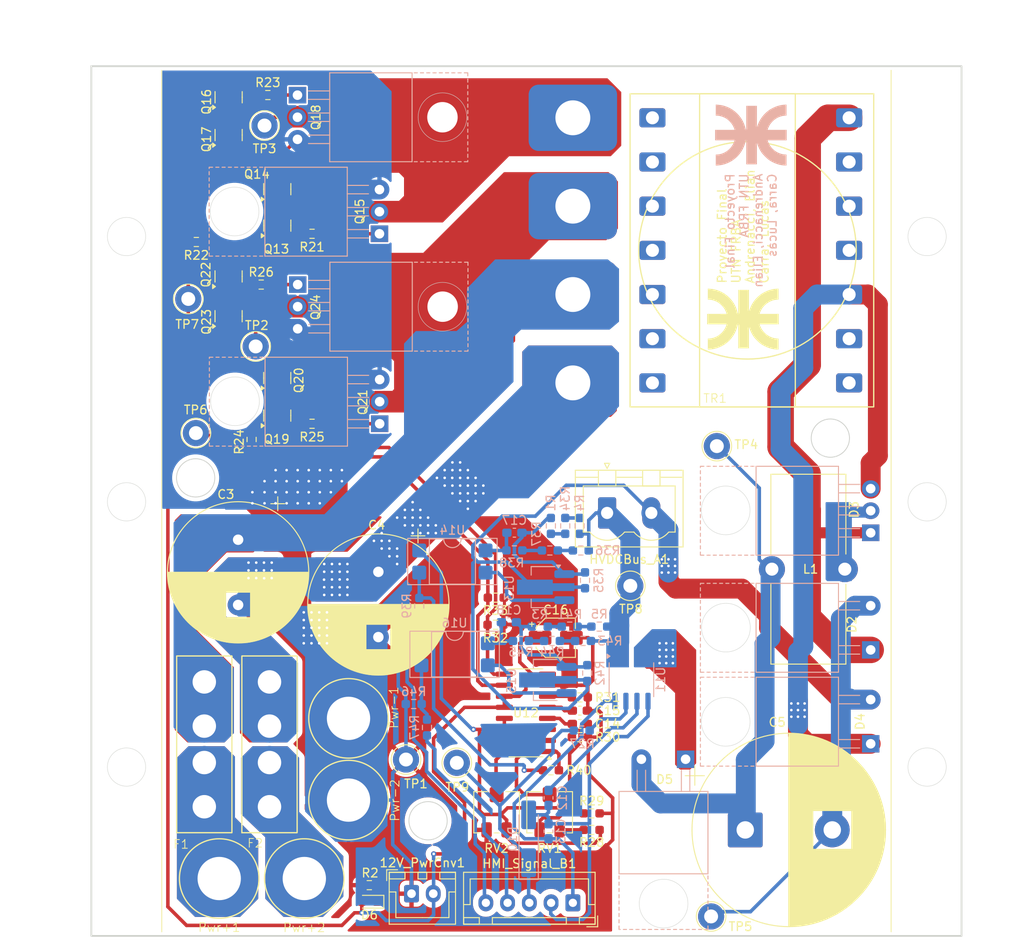
<source format=kicad_pcb>
(kicad_pcb (version 20241229) (generator "pcbnew") (generator_version "9.0")
  (layers (0 "F.Cu" signal) (2 "B.Cu" signal) (13 "F.Paste" user) (15 "B.Paste" user) (5 "F.SilkS" user "F.Silkscreen") (7 "B.SilkS" user "B.Silkscreen") (1 "F.Mask" user) (3 "B.Mask" user) (25 "Edge.Cuts" user))
  (net 0 "")
  (net 1 "Net-(D2-K)")
  (net 2 "Net-(D3-K)")
  (net 3 "GND_Cnv")
  (net 4 "Net-(C3-Pad1)")
  (net 5 "Net-(D5-A)")
  (net 6 "12V_Cnv")
  (net 7 "Net-(C4-Pad1)")
  (net 8 "Net-(U11-FILTER)")
  (net 9 "Net-(U12-CT)")
  (net 10 "GND_HMI")
  (net 11 "Vref_5V")
  (net 12 "DeadTimeControl")
  (net 13 "Net-(U13-REF)")
  (net 14 "Net-(C17-Pad2)")
  (net 15 "Net-(C18-Pad2)")
  (net 16 "Net-(U15-REF)")
  (net 17 "/Conversor/Medición corriente/Current_In")
  (net 18 "Net-(D6-K)")
  (net 19 "5V_HMI")
  (net 20 "VSens_Corriente")
  (net 21 "Net-(U11-VIOUT)")
  (net 22 "Net-(R28-Pad2)")
  (net 23 "Net-(R29-Pad1)")
  (net 24 "V_HVBus")
  (net 25 "/Conversor/Modulo conmutador pushpull/Conmutador de potencia/GateInput")
  (net 26 "Net-(Q13-E)")
  (net 27 "Net-(Q15-G)")
  (net 28 "/Conversor/Modulo conmutador pushpull/Load")
  (net 29 "Net-(Q16-E)")
  (net 30 "Net-(Q18-G)")
  (net 31 "/Conversor/Modulo conmutador pushpull1/Conmutador de potencia/GateInput")
  (net 32 "Net-(Q19-E)")
  (net 33 "Net-(Q21-G)")
  (net 34 "/Conversor/Modulo conmutador pushpull1/Load")
  (net 35 "Net-(Q22-E)")
  (net 36 "Net-(Q24-G)")
  (net 37 "Net-(U12-RT)")
  (net 38 "Net-(R36-Pad1)")
  (net 39 "Net-(R37-Pad1)")
  (net 40 "Net-(R39-Pad1)")
  (net 41 "Gate_Input_A")
  (net 42 "Gate_Input_B")
  (net 43 "Net-(R44-Pad1)")
  (net 44 "Net-(R46-Pad1)")
  (net 45 "Net-(R43-Pad1)")
  (net 46 "Vsens_HVDCBus")
  (net 47 "Vref_In1")
  (net 48 "Vref_In2")
  (net 49 "Net-(U12-2IN-)")
  (net 50 "Net-(U13-K)")
  (net 51 "Net-(U15-K)")
  (net 52 "Net-(Pwr+1-Pin_1)")
  (net 53 "Net-(Pwr+2-Pin_1)")
  (net 54 "Net-(D3-A2)")
  (net 55 "3V3_HMI")
  (net 56 "Vsens_HV_HMI")
  (net 57 "/Conversor/Gnd_Inv")
  (net 58 "Net-(R1-Pad1)")
  (net 59 "Net-(R3-Pad1)")
  (net 60 "Net-(R34-Pad1)")
  (net 61 "Net-(R41-Pad1)")
  (footprint "PowerConnector:5mm cable solder join" (layer "F.Cu") (at 77.33 141.616246)
    (property "Reference" "Pwr+2")
    (property "Value" "Conn_01x01_Pin")
  )
  (footprint "Resistor_SMD:R_0603_1608Metric_Pad0.98x0.95mm_HandSolder" (layer "F.Cu") (at 108.9945 120.788246)
    (property "Reference" "R31")
    (property "Value" "10k")
  )
  (footprint "Connector_JST:JST_XH_B5B-XH-A_1x05_P2.50mm_Vertical" (layer "F.Cu") (at 108.191 144.410246 180)
    (property "Reference" "HMI_Signal_B1")
    (property "Value" "Conn_01x05")
  )
  (footprint "Resistor_SMD:R_0603_1608Metric_Pad0.98x0.95mm_HandSolder" (layer "F.Cu") (at 78.219 89.325246)
    (property "Reference" "R25")
    (property "Value" "10")
  )
  (footprint "Capacitor_SMD:CP_Elec_4x5.4" (layer "F.Cu") (at 106.224 113.930246)
    (property "Reference" "C16")
    (property "Value" "10uF")
  )
  (footprint "Resistor_SMD:R_0603_1608Metric_Pad0.98x0.95mm_HandSolder" (layer "F.Cu") (at 64.9224 68.4276)
    (property "Reference" "R22")
    (property "Value" "1k")
  )
  (footprint "TestPoint:TestPoint_Loop_D2.60mm_Drill1.6mm_Beaded" (layer "F.Cu") (at 71.742 80.435246)
    (property "Reference" "TP2")
    (property "Value" "TestPoint")
  )
  (footprint "Resistor_SMD:R_0603_1608Metric_Pad0.98x0.95mm_HandSolder" (layer "F.Cu") (at 73.139 51.530046)
    (property "Reference" "R23")
    (property "Value" "10")
  )
  (footprint "Resistor_SMD:R_0603_1608Metric_Pad0.98x0.95mm_HandSolder" (layer "F.Cu") (at 84.7995 142.378246 180)
    (property "Reference" "R2")
    (property "Value" "1.2k")
  )
  (footprint "Capacitor_THT:CP_Radial_D16.0mm_P7.50mm" (layer "F.Cu") (at 69.723 102.659246 -90)
    (property "Reference" "C3")
    (property "Value" "4700uF")
  )
  (footprint "Resistor_SMD:R_0603_1608Metric_Pad0.98x0.95mm_HandSolder" (layer "F.Cu") (at 99.301 112.439246 180)
    (property "Reference" "R32")
    (property "Value" "1k")
  )
  (footprint "Resistor_SMD:R_0603_1608Metric_Pad0.98x0.95mm_HandSolder" (layer "F.Cu") (at 71.2724 91.1352 90)
    (property "Reference" "R24")
    (property "Value" "1k")
  )
  (footprint "Capacitor_THT:CP_Radial_D16.0mm_P7.50mm" (layer "F.Cu") (at 85.839 106.353492 -90)
    (property "Reference" "C4")
    (property "Value" "4700uF")
  )
  (footprint "TestPoint:TestPoint_Loop_D2.60mm_Drill1.6mm_Beaded" (layer "F.Cu") (at 124.079 145.9738)
    (property "Reference" "TP5")
    (property "Value" "TestPoint")
  )
  (footprint "Capacitor_THT:CP_Radial_D22.0mm_P10.00mm_SnapIn" (layer "F.Cu") (at 128.003 136.028246)
    (property "Reference" "C5")
    (property "Value" "100uF")
  )
  (footprint "Resistor_SMD:R_0603_1608Metric_Pad0.98x0.95mm_HandSolder" (layer "F.Cu") (at 110.35 134.123246)
    (property "Reference" "R29")
    (property "Value" "3.9k")
  )
  (footprint "Package_TO_SOT_SMD:SOT-23" (layer "F.Cu") (at 74.221 62.352746 90)
    (property "Reference" "Q14")
    (property "Value" "SS8550")
  )
  (footprint "Potentiometer_SMD:Potentiometer_Bourns_3314S_Horizontal" (layer "F.Cu") (at 99.428 133.996246 180)
    (property "Reference" "RV2")
    (property "Value" "5K")
  )
  (footprint "PowerFuse:Fuse Holder XF-509P" (layer "F.Cu") (at 65.836 126.185746 90)
    (property "Reference" "F1")
    (property "Value" "Fuse")
  )
  (footprint "Resistor_SMD:R_0603_1608Metric_Pad0.98x0.95mm_HandSolder" (layer "F.Cu") (at 78.219 67.481246)
    (property "Reference" "R21")
    (property "Value" "10")
  )
  (footprint "Resistor_SMD:R_0603_1608Metric_Pad0.98x0.95mm_HandSolder" (layer "F.Cu") (at 105.6745 129.170246)
    (property "Reference" "R40")
    (property "Value" "10k")
  )
  (footprint "Image:LogoUTN" (layer "F.Cu") (at 128.651 56.134 90)
    (property "Reference" "G***" (hide yes))
    (property "Value" "LOGO" (hide yes))
  )
  (footprint "TestPoint:TestPoint_Loop_D2.60mm_Drill1.6mm_Beaded" (layer "F.Cu") (at 64.8716 90.3986 -90)
    (property "Reference" "TP6")
    (property "Value" "TestPoint")
  )
  (footprint "LED_SMD:LED_0603_1608Metric_Pad1.05x0.95mm_HandSolder" (layer "F.Cu") (at 84.809 144.283246 180)
    (property "Reference" "D6")
    (property "Value" "LED_Green")
  )
  (footprint "Package_TO_SOT_SMD:SOT-23" (layer "F.Cu") (at 68.628 76.957746 90)
    (property "Reference" "Q23")
    (property "Value" "SS8550")
  )
  (footprint "PowerConnector:5mm cable solder join" (layer "F.Cu") (at 67.551 141.616246)
    (property "Reference" "Pwr+1")
    (property "Value" "Conn_01x01_Pin")
  )
  (footprint "Potentiometer_SMD:Potentiometer_Bourns_3314S_Horizontal" (layer "F.Cu") (at 105.524 133.996246 180)
    (property "Reference" "RV1")
    (property "Value" "5K")
  )
  (footprint "TestPoint:TestPoint_Loop_D2.60mm_Drill1.6mm_Beaded" (layer "F.Cu") (at 114.795 107.961246)
    (property "Reference" "TP8")
    (property "Value" "TestPoint")
  )
  (footprint "TestPoint:TestPoint_Loop_D2.60mm_Drill1.6mm_Beaded" (layer "F.Cu") (at 63.995 74.974246)
    (property "Reference" "TP7")
    (property "Value" "TestPoint")
  )
  (footprint "TestPoint:TestPoint_Loop_D2.60mm_Drill1.6mm_Beaded" (layer "F.Cu") (at 94.856 128.314246)
    (property "Reference" "TP9")
    (property "Value" "TestPoint")
  )
  (footprint "Connector_Phoenix_MSTB:PhoenixContact_MSTBVA_2,5_2-G-5,08_1x02_P5.08mm_Vertical" (layer "F.Cu") (at 112.128 99.579246)
    (property "Reference" "HVDCBus_A1")
    (property "Value" "Conn_01x02")
  )
  (footprint "TestPoint:TestPoint_Loop_D2.60mm_Drill1.6mm_Beaded" (layer "F.Cu") (at 124.7394 91.8972)
    (property "Reference" "TP4")
    (property "Value" "TestPoint")
  )
  (footprint "Resistor_SMD:R_0603_1608Metric_Pad0.98x0.95mm_HandSolder" (layer "F.Cu") (at 110.35 136.028246 180)
    (property "Reference" "R28")
    (property "Value" "1.2k")
  )
  (footprint "Connector_JST:JST_XH_B2B-XH-A_1x02_P2.50mm_Vertical" (layer "F.Cu") (at 89.649 143.3576)
    (property "Reference" "12V_PwrCnv1")
    (property "Value" "Conn_01x02")
  )
  (footprint "Resistor_SMD:R_0603_1608Metric_Pad0.98x0.95mm_HandSolder" (layer "F.Cu") (at 99.336116 109.319252 180)
    (property "Reference" "R33")
    (property "Value" "1k")
  )
  (footprint "PowerConnector:5mm cable solder join" (layer "F.Cu") (at 82.41 123.201246)
    (property "Reference" "Pwr-1")
    (property "Value" "Conn_01x01_Pin")
  )
  (footprint "Capacitor_SMD:C_0603_1608Metric_Pad1.08x0.95mm_HandSolder" (layer "F.Cu") (at 108.9937 123.836246)
    (property "Reference" "C14")
    (property "Value" "100nF")
  )
  (footprint "TestPoint:TestPoint_Loop_D2.60mm_Drill1.6mm_Beaded" (layer "F.Cu") (at 72.758 55.035246 -90)
    (property "Reference" "TP3")
    (property "Value" "TestPoint")
  )
  (footprint "Package_TO_SOT_SMD:SOT-23" (layer "F.Cu") (at 68.628 72.385746 90)
    (property "Reference" "Q22")
    (property "Value" "SS8050")
  )
  (footprint "Package_TO_SOT_SMD:SOT-23" (layer "F.Cu") (at 68.633 51.781746 90)
    (property "Reference" "Q16")
    (property "Value" "SS8050")
  )
  (footprint "Resistor_SMD:R_0603_1608Metric_Pad0.98x0.95mm_HandSolder" (layer "F.Cu") (at 72.377 73.323246)
    (property "Reference" "R26")
    (property "Value" "10")
  )
  (footprint "Image:LogoUTN" (layer "F.Cu") (at 127.7366 77.2922 90)
    (property "Reference" "G***" (hide yes))
    (property "Value" "LOGO" (hide yes))
  )
  (footprint "Transformador:EDT36 11" (layer "F.Cu") (at 128.765 69.386246 -90)
    (property "Reference" "TR1")
    (property "Value" "Pushpull_DualPrimary")
  )
  (footprint "PowerConnector:5mm cable solder join" (layer "F.Cu") (at 82.41 132.599246)
    (property "Reference" "Pwr-2")
    (property "Value" "Conn_01x01_Pin")
  )
  (footprint "Resistor_SMD:R_0603_1608Metric_Pad0.98x0.95mm_HandSolder" (layer "F.Cu") (at 108.9945 125.360246)
    (property "Reference" "R30")
    (property "Value" "10k")
  )
  (footprint "PowerFuse:Fuse Holder XF-509P" (layer "F.Cu") (at 73.329 126.185746 90)
    (property "Reference" "F2")
    (property "Value" "Fuse")
  )
  (footprint "Inductor_THT:L_Toroid_Vertical_L21.6mm_W8.4mm_P8.38mm_Pulse_G" (layer "F.Cu") (at 139.446 106.045 -90)
    (property "Reference" "L1")
    (property "Value" "L")
  )
  (footprint "Package_TO_SOT_SMD:SOT-23" (layer "F.Cu") (at 68.633 56.129746 90)
    (property "Reference" "Q17")
    (property "Value" "SS8550")
  )
  (footprint "Package_TO_SOT_SMD:SOT-23" (layer "F.Cu") (at 74.216 84.069746 90)
    (property "Reference" "Q20")
    (property "Value" "SS8550")
  )
  (footprint "Capacitor_SMD:C_0603_1608Metric_Pad1.08x0.95mm_HandSolder" (layer "F.Cu") (at 108.9937 122.312246 180)
    (property "Reference" "C15")
    (property "Value" "2.2nF")
  )
  (footprint "Package_SO:SOIC-16_3.9x9.9mm_P1.27mm" (layer "F.Cu") (at 102.795 122.566246 180)
    (property "Reference" "U12")
    (property "Value" "TL494")
  )
  (footprint "TestPoint:TestPoint_Loop_D2.60mm_Drill1.6mm_Beaded" (layer "F.Cu") (at 89.014 127.933246)
    (property "Reference" "TP1")
    (property "Value" "TestPoint")
  )
  (footprint "Package_TO_SOT_SMD:SOT-23" (layer "F.Cu") (at 74.216 88.387746 90)
    (property "Reference" "Q19")
    (property "Value" "SS8050")
  )
  (footprint "Package_TO_SOT_SMD:SOT-23" (layer "F.Cu") (at 74.221 66.543746 90)
    (property "Reference" "Q13")
    (property "Value" "SS8050")
  )
  (footprint "Package_TO_SOT_THT:TO-220-2_Horizontal_TabUp" (layer "B.Cu") (at 142.417 126.122246 90)
    (property "Reference" "D4")
    (property "Value" "MUR860")
  )
  (footprint "Capacitor_SMD:C_0603_1608Metric_Pad1.08x0.95mm_HandSolder" (layer "B.Cu") (at 105.397 132.345246 -90)
    (property "Reference" "C12")
    (property "Value" "1nF")
  )
  (footprint "Resistor_SMD:R_0603_1608Metric_Pad0.98x0.95mm_HandSolder" (layer "B.Cu") (at 109.1035 103.897246)
    (property "Reference" "R36")
    (property "Value" "220k")
  )
  (footprint "Package_TO_SOT_THT:TO-220-2_Horizontal_TabUp" (layer "B.Cu") (at 121.147 127.900246 180)
    (property "Reference" "D5")
    (property "Value" "MUR860")
  )
  (footprint "Resistor_SMD:R_0603_1608Metric_Pad0.98x0.95mm_HandSolder" (layer "B.Cu") (at 107.315 101.0685 -90)
    (property "Reference" "R34")
    (property "Value" "150k")
  )
  (footprint "Resistor_SMD:R_0603_1608Metric_Pad0.98x0.95mm_HandSolder" (layer "B.Cu") (at 105.664 101.0685 90)
    (property "Reference" "R1")
    (property "Value" "150k")
  )
  (footprint "Package_SO:SOIC-8_3.9x4.9mm_P1.27mm" (layer "B.Cu") (at 114.922 118.756246 -90)
    (property "Reference" "U11")
    (property "Value" "ACS712xLCTR-05B")
  )
  (footprint "Package_TO_SOT_THT:TO-220-3_Horizontal_TabUp" (layer "B.Cu") (at 142.417 101.865246 90)
    (property "Reference" "D3")
    (property "Value" "MUR860CT")
  )
  (footprint "Resistor_SMD:R_0603_1608Metric_Pad0.98x0.95mm_HandSolder" (layer "B.Cu") (at 101.473 103.886)
    (property "Reference" "R38")
    (property "Value" "220k")
  )
  (footprint "Resistor_SMD:R_0603_1608Metric_Pad0.98x0.95mm_HandSolder" (layer "B.Cu") (at 104.394 112.649 180)
    (property "Reference" "R3")
    (property "Value" "150k")
  )
  (footprint "Package_DIP:DIP-4_W7.62mm_SMDSocket_SmallPads" (layer "B.Cu") (at 94.348 105.167246 180)
    (property "Reference" "U14")
    (property "Value" "PC817")
  )
  (footprint "Resistor_SMD:R_0603_1608Metric_Pad0.98x0.95mm_HandSolder" (layer "B.Cu") (at 111.2285 112.649 180)
    (property "Reference" "R5")
    (property "Value" "150k")
  )
  (footprint "Package_TO_SOT_SMD:SOT-89-3_Handsoldering" (layer "B.Cu") (at 104.762 108.112246 180)
    (property "Reference" "U13")
    (property "Value" "TL431PK")
  )
  (footprint "Package_TO_SOT_THT:TO-220-2_Horizontal_TabUp" (layer "B.Cu") (at 142.417 115.327246 90)
    (property "Reference" "D2")
    (property "Value" "MUR860")
  )
  (footprint "Resistor_SMD:R_0603_1608Metric_Pad0.98x0.95mm_HandSolder" (layer "B.Cu") (at 89.903 121.550246 180)
    (property "Reference" "R46")
    (property "Value" "4.7k")
  )
  (footprint "Package_TO_SOT_THT:TO-220-3_Horizontal_TabUp" (layer "B.Cu") (at 76.545 51.542746 -90)
    (property "Reference" "Q18")
    (property "Value" "IRFB4110PBF")
  )
  (footprint "Resistor_SMD:R_0603_1608Metric_Pad0.98x0.95mm_HandSolder" (layer "B.Cu") (at 91.427 124.250246 -90)
    (property "Reference" "R47")
    (property "Value" "10k")
  )
  (footprint "Capacitor_SMD:C_0603_1608Metric_Pad1.08x0.95mm_HandSolder" (layer "B.Cu") (at 100.838 112.141 180)
    (property "Reference" "C18")
    (property "Value" "10nF")
  )
  (footprint "Package_DIP:DIP-4_W7.62mm_SMDSocket_SmallPads" (layer "B.Cu") (at 94.602 115.835246 180)
    (property "Reference" "U16")
    (property "Value" "PC817")
  )
  (footprint "Package_TO_SOT_THT:TO-220-3_Horizontal_TabUp" (layer "B.Cu") (at 85.989 89.325246 90)
    (property "Reference" "Q21")
    (property "Value" "IRFB4110PBF")
  )
  (footprint "Resistor_SMD:R_0603_1608Metric_Pad0.98x0.95mm_HandSolder" (layer "B.Cu") (at 109.207 124.598246 180)
    (property "Reference" "R27")
    (property "Value" "221")
  )
  (footprint "Package_TO_SOT_THT:TO-220-3_Horizontal_TabUp" (layer "B.Cu") (at 85.966 67.481246 90)
    (property "Reference" "Q15")
    (property "Value" "IRFB4110PBF")
  )
  (footprint "Resistor_SMD:R_0603_1608Metric_Pad0.98x0.95mm_HandSolder" (layer "B.Cu") (at 102.222 114.3)
    (property "Reference" "R45")
    (property "Value" "220k")
  )
  (footprint "Resistor_SMD:R_0603_1608Metric_Pad0.98x0.95mm_HandSolder" (layer "B.Cu") (at 109.588 107.326246 -90)
    (property "Reference" "R35")
    (property "Value" "10k")
  )
  (footprint "Resistor_SMD:R_0603_1608Metric_Pad0.98x0.95mm_HandSolder" (layer "B.Cu") (at 90.538 110.270746 -90)
    (property "Reference" "R39")
    (property "Value" "4.7k")
  )
  (footprint "Resistor_SMD:R_0603_1608Metric_Pad0.98x0.95mm_HandSolder" (layer "B.Cu") (at 109.842 117.994245 -90)
    (property "Reference" "R42")
    (property "Value" "10k")
  )
  (footprint "Resistor_SMD:R_0603_1608Metric_Pad0.98x0.95mm_HandSolder" (layer "B.Cu") (at 108.966 101.0685 90)
    (property "Reference" "R4")
    (property "Value" "150k")
  )
  (footprint "Resistor_SMD:R_0603_1608Metric_Pad0.98x0.95mm_HandSolder" (layer "B.Cu") (at 105.791 114.3)
    (property "Reference" "R44")
    (property "Value" "220k")
  )
  (footprint "Resistor_SMD:R_0603_1608Metric_Pad0.98x0.95mm_HandSolder" (layer "B.Cu") (at 107.823 112.649 180)
    (property "Reference" "R41")
    (property "Value" "150k")
  )
  (footprint "Capacitor_SMD:C_0603_1608Metric_Pad1.08x0.95mm_HandSolder" (layer "B.Cu") (at 101.473 101.854 180)
    (property "Reference" "C17")
    (property "Value" "10nF")
  )
  (footprint "Diode_SMD:D_MiniMELF_Handsoldering" (layer "B.Cu") (at 103.111 137.044246 90)
    (property "Reference" "D10")
    (property "Value" "BZV55C3V3")
  )
  (footprint "Package_TO_SOT_SMD:SOT-89-3_Handsoldering" (layer "B.Cu") (at 105.016 118.780245 180)
    (property "Reference" "U15")
    (property "Value" "TL431PK")
  )
  (footprint "Resistor_SMD:R_0603_1608Metric_Pad0.98x0.95mm_HandSolder" (layer "B.Cu") (at 105.5475 103.897246)
    (property "Reference" "R37")
    (property "Value" "220k")
  )
  (footprint "Resistor_SMD:R_0603_1608Metric_Pad0.98x0.95mm_HandSolder" (layer "B.Cu") (at 109.3575 114.3)
    (property "Reference" "R43")
    (property "Value" "220k")
  )
  (footprint "Capacitor_SMD:C_0603_1608Metric_Pad1.08x0.95mm_HandSolder" (layer "B.Cu") (at 105.397 136.181746 90)
    (property "Reference" "C13")
    (property "Value" "100nF")
  )
  (footprint "Package_TO_SOT_THT:TO-220-3_Horizontal_TabUp" (layer "B.Cu") (at 76.568 73.323246 -90)
    (property "Reference" "Q24")
    (property "Value" "IRFB4110PBF")
  )
  (gr_poly (pts (xy 85.585 87.928246) (xy 93.332 87.928246) (xy 101.46 79.800246) (xy 101.46 72.053246) (xy 105.397 68.116246) (xy 112.001 68.116246) (xy 113.271 66.846246) (xy 113.271 61.512246) (xy 112.255 60.496246) (xy 100.317 60.496246) (xy 91.046 69.767246) (xy 83.299 69.767246) (xy 78.346 74.720246) (xy 75.933 74.720246) (xy 75.425 75.228246) (xy 75.425 76.498246) (xy 75.933 77.006246) (xy 82.664 77.006246) (xy 87.744 82.086246) (xy 87.744 85.388246) (xy 87.49 85.642246) (xy 85.458 85.642246) (xy 84.95 86.150246) (xy 84.95 87.293246)) (stroke (width 0.2)) (fill yes) (layers "F.Cu" "F.Mask") (net 34))
  (gr_poly (pts (xy 70.154 134.163651) (xy 72.948 136.830651) (xy 72.948 143.902246) (xy 74.98 145.934246) (xy 79.425 145.934246) (xy 81.711 143.648246) (xy 81.711 139.076246) (xy 76.631 133.996246) (xy 76.631 127.773246) (xy 75.361 126.503246) (xy 71.424 126.503246) (xy 70.154 127.773246)) (stroke (width 0.2)) (fill yes) (layers "F.Cu" "F.Mask") (net 53))
  (gr_poly (pts (xy 120.041198 120.250211) (xy 117.056198 117.397598) (xy 116.675198 117.397598) (xy 116.294198 117.016598) (xy 116.294198 114.095598) (xy 117.310198 113.079598) (xy 119.977198 113.079598) (xy 122.263198 115.365598) (xy 122.263198 128.333995) (xy 121.623695 128.987598) (xy 120.549198 128.987598) (xy 120.041198 128.479598)) (stroke (width 0.2)) (fill yes) (layers "F.Cu" "F.Mask") (net 17))
  (gr_poly (pts (xy 85.458 66.084246) (xy 84.823 65.449246) (xy 84.823 64.052246) (xy 85.077 63.798246) (xy 88.252 63.798246) (xy 88.887 63.163246) (xy 88.887 61.004246) (xy 88.252 60.369246) (xy 82.918 60.369246) (xy 77.711 55.162246) (xy 75.933 55.162246) (xy 75.425 54.654246) (xy 75.425 53.384246) (xy 75.933 52.876246) (xy 78.092 52.876246) (xy 81.267 49.701246) (xy 112.128 49.701246) (xy 113.652 51.225246) (xy 113.652 57.321246) (xy 112.509 58.464246) (xy 100.825 58.464246) (xy 93.205 66.084246)) (stroke (width 0.2)) (fill yes) (layers "F.Cu" "F.Mask") (net 28))
  (gr_poly (pts (xy 70.027 124.852246) (xy 71.043 125.868246) (xy 75.234 125.868246) (xy 76.377 124.725246) (xy 76.377 116.724246) (xy 72.186 112.533246) (xy 69.265 112.533246) (xy 67.995 111.263246) (xy 67.995 108.977246) (xy 69.138 107.834246) (xy 74.091 107.834246) (xy 74.218 107.707246) (xy 74.218 104.786246) (xy 68.63 104.786246) (xy 65.518 107.898246) (xy 65.518 112.469246) (xy 70.027 116.978246)) (stroke (width 0.2)) (fill yes) (layers "F.Cu" "F.Mask") (net 7))
  (gr_poly (pts (xy 64.82 145.934246) (xy 62.788 143.902246) (xy 62.788 127.773246) (xy 64.058 126.503246) (xy 68.122 126.503246) (xy 69.265 127.646246) (xy 69.265 134.631246) (xy 71.932 137.298246) (xy 71.932 143.902246) (xy 69.9 145.934246)) (stroke (width 0.2)) (fill yes) (layers "F.Cu" "F.Mask") (net 52))
  (gr_poly (pts (xy 78.663 109.686246) (xy 85.193 109.686246) (xy 93.268 101.611246) (xy 93.268 101.103246) (xy 90.093 97.928246) (xy 89.458 97.928246) (xy 82.6 104.786246) (xy 78.663 104.786246)) (stroke (width 0.2)) (fill yes) (layers "F.Cu" "F.Mask") (net 7))
  (gr_poly (pts (xy 77.647 133.869246) (xy 80.949 137.171246) (xy 85.013 137.171246) (xy 86.664 135.520246) (xy 86.664 112.406246) (xy 84.759 110.501246) (xy 78.028 110.501246) (xy 78.028 103.643246) (xy 82.203523 100.501246) (xy 82.207948 94.46984) (xy 81.849593 94.024246) (xy 73.52 94.024246) (xy 70.599 96.945246) (xy 70.599 98.974469) (xy 75.234 103.643246) (xy 75.234 108.850246) (xy 70.027 108.850246) (xy 69.138 109.718079) (xy 69.138 110.6256) (xy 70.027 111.263246) (xy 72.817112 111.263246) (xy 77.647 116.16823) (xy 77.647 132.980246)) (stroke (width 0.2)) (fill yes) (layers "F.Cu" "F.Mask") (net 3))
  (gr_poly (pts (xy 68.122 125.868246) (xy 69.138 124.852246) (xy 69.138 117.359246) (xy 64.947 113.168246) (xy 64.947 107.453246) (xy 68.376 104.024246) (xy 71.424 104.024246) (xy 72.059 103.389246) (xy 72.059 101.611246) (xy 70.281 99.833246) (xy 63.169 99.833246) (xy 62.534 100.468246) (xy 62.534 124.471246) (xy 63.931 125.868246)) (stroke (width 0.2)) (fill yes) (layers "F.Cu" "F.Mask") (net 4))
  (gr_poly (pts (xy 92.125 95.278995) (xy 92.125 95.821117) (xy 95.818519 99.579246) (xy 96.489216 99.579246) (xy 107.81 88.436246) (xy 112.509 88.436246) (xy 113.144 87.801246) (xy 113.144 82.963093) (xy 113.144 80.943246) (xy 112.636 80.435246) (xy 103.111 80.435246) (xy 102.476 81.070246) (xy 102.476 85.007246)) (stroke (width 0.2)) (fill yes) (layers "F.Cu" "F.Mask") (net 7))
  (gr_poly (pts (xy 114.541 113.803246) (xy 114.541 117.232246) (xy 112.128 117.232246) (xy 112.128 114.311246) (xy 112.636 113.803246)) (stroke (width 0.2)) (fill yes) (layer "B.Cu") (net 24))
  (gr_poly (pts (xy 115.303 117.232246) (xy 120.002 117.232246) (xy 120.002 113.168246) (xy 119.875 113.041246) (xy 117.335 113.041246) (xy 115.303 115.073246)) (stroke (width 0.2)) (fill yes) (layer "B.Cu") (net 17))
  (gr_poly (pts (xy 64.058 125.868246) (xy 68.122 125.868246) (xy 69.138 124.852246) (xy 69.138 117.486246) (xy 64.82 113.168246) (xy 64.82 107.453246) (xy 68.376 103.897246) (xy 81.838 103.897246) (xy 101.269 84.466246) (xy 101.269 79.307757) (xy 102.202001 78.403246) (xy 112.382 78.403246) (xy 113.396465 77.545745) (xy 113.39771 71.544995) (xy 112.178812 70.529246) (xy 99.301 70.529246) (xy 96.1128 73.819457) (xy 96.1128 77.668834) (xy 94.87386 78.760087) (xy 90.19137 78.762362) (xy 88.887 80.145218) (xy 88.887 90.595246) (xy 79.679848 99.833246) (xy 63.296 99.833246) (xy 62.407 100.722246) (xy 62.407 124.217246)) (stroke (width 0.2)) (fill yes) (layers "B.Cu" "B.Mask") (net 4))
  (gr_poly (pts (xy 64.82 145.934246) (xy 62.788 143.902246) (xy 62.788 127.773246) (xy 64.058 126.503246) (xy 68.122 126.503246) (xy 69.265 127.646246) (xy 69.265 134.631246) (xy 71.932 137.298246) (xy 71.932 143.902246) (xy 69.9 145.934246)) (stroke (width 0.2)) (fill yes) (layers "B.Cu" "B.Mask") (net 52))
  (gr_poly (pts (xy 70.154 134.163651) (xy 72.948 136.830651) (xy 72.948 143.902246) (xy 74.98 145.934246) (xy 79.425 145.934246) (xy 81.711 143.648246) (xy 81.711 139.076246) (xy 76.631 133.996246) (xy 76.631 127.773246) (xy 75.361 126.503246) (xy 71.424 126.503246) (xy 70.154 127.773246)) (stroke (width 0.2)) (fill yes) (layers "B.Cu" "B.Mask") (net 53))
  (gr_poly (pts (xy 137.337 98.436246) (xy 140.004 98.436246) (xy 140.1564 98.588646) (xy 140.1564 107.326246) (xy 137.464 107.326246) (xy 137.337 107.199246) (xy 137.337 106.437246)) (stroke (width 0.2)) (fill yes) (layers "B.Cu" "B.Mask") (net 2))
  (gr_poly (pts (xy 103.111 80.435246) (xy 102.476 81.070246) (xy 102.476 84.957738) (xy 82.537 104.786246) (xy 68.63 104.786246) (xy 65.328 108.088246) (xy 65.328 112.279246) (xy 70.027 116.978246) (xy 70.027 124.471246) (xy 71.424 125.868246) (xy 75.361 125.868246) (xy 76.504 124.725246) (xy 76.504 116.851246) (xy 72.186 112.533246) (xy 69.265 112.533246) (xy 67.995 111.263246) (xy 67.995 108.977246) (xy 69.138 107.834246) (xy 76.377 107.834246) (xy 78.216 109.673246) (xy 85.587 109.673246) (xy 88.95 106.310246) (xy 88.95 103.135246) (xy 89.585 102.500246) (xy 94.919 102.500246) (xy 99.618 97.801246) (xy 103.050335 97.801246) (xy 113.398 87.293246) (xy 113.398 81.197246) (xy 112.636 80.435246)) (stroke (width 0.2)) (fill yes) (layers "B.Cu" "B.Mask") (net 7))
  (gr_poly (pts (xy 80.949 137.298246) (xy 85.013 137.298246) (xy 86.791 135.520246) (xy 86.791 112.406246) (xy 84.759 110.374246) (xy 76.885 110.374246) (xy 75.234 108.723246) (xy 69.9 108.723246) (xy 69.011 109.612246) (xy 69.011 110.628246) (xy 69.773 111.390246) (xy 72.821 111.390246) (xy 77.52 116.089246) (xy 77.52 133.869246)) (stroke (width 0.2)) (fill yes) (layers "B.Cu" "B.Mask") (net 3))
  (gr_poly (pts (xy 79.108 99.104246) (xy 85.204 93.008246) (xy 85.204 91.484246) (xy 83.426 89.706246) (xy 83.426 56.813246) (xy 82.029 55.416246) (xy 79.362 55.416246) (xy 78.219 56.559246) (xy 78.219 82.391046) (xy 68.313 92.297046) (xy 68.313 99.104246)) (stroke (width 0.2)) (fill yes) (layers "B.Cu" "B.Mask") (net 3))
  (gr_line (start 144.767 147.745246) (end 144.767 48.685246) (stroke (width 0.1)) (layer "F.SilkS"))
  (gr_line (start 60.947 48.685246) (end 60.947 147.745246) (stroke (width 0.1)) (layer "F.SilkS"))
  (gr_circle (center 125.7808 112.7668) (end 128.5808 112.7668) (stroke (width 0.05)) (fill no) (layer "Edge.Cuts"))
  (gr_circle (center 56.9 67.8) (end 59.1 67.8) (stroke (width 0.05)) (fill no) (layer "Edge.Cuts"))
  (gr_circle (center 64.843 95.548246) (end 67.043 95.548246) (stroke (width 0.1)) (fill no) (layer "Edge.Cuts"))
  (gr_circle (center 125.7554 123.5964) (end 128.5554 123.5964) (stroke (width 0.05)) (fill no) (layer "Edge.Cuts"))
  (gr_circle (center 118.618 144.5006) (end 121.418 144.5006) (stroke (width 0.05)) (fill no) (layer "Edge.Cuts"))
  (gr_circle (center 56.9 98.3) (end 59.1 98.3) (stroke (width 0.05)) (fill no) (layer "Edge.Cuts"))
  (gr_circle (center 93.2088 54.0766) (end 96.0088 54.0766) (stroke (width 0.05)) (fill no) (layer "Edge.Cuts"))
  (gr_circle (center 69.3166 64.9224) (end 72.1166 64.9224) (stroke (width 0.05)) (fill no) (layer "Edge.Cuts"))
  (gr_circle (center 69.3674 86.741) (end 72.1674 86.741) (stroke (width 0.05)) (fill no) (layer "Edge.Cuts"))
  (gr_circle (center 148.9 67.8) (end 151.1 67.8) (stroke (width 0.05)) (fill no) (layer "Edge.Cuts"))
  (gr_circle (center 148.9 128.8) (end 151.1 128.8) (stroke (width 0.05)) (fill no) (layer "Edge.Cuts"))
  (gr_rect (start 52.857 48.215246) (end 152.857 148.215246) (stroke (width 0.2)) (fill no) (layer "Edge.Cuts"))
  (gr_circle (center 93.2088 75.8698) (end 96.0088 75.8698) (stroke (width 0.05)) (fill no) (layer "Edge.Cuts"))
  (gr_circle (center 91.554 134.974246) (end 93.754 134.974246) (stroke (width 0.1)) (fill no) (layer "Edge.Cuts"))
  (gr_circle (center 137.782 90.976246) (end 139.982 90.976246) (stroke (width 0.1)) (fill no) (layer "Edge.Cuts"))
  (gr_circle (center 56.9 128.8) (end 59.1 128.8) (stroke (width 0.05)) (fill no) (layer "Edge.Cuts"))
  (gr_circle (center 148.9 98.3) (end 151.1 98.3) (stroke (width 0.05)) (fill no) (layer "Edge.Cuts"))
  (gr_circle (center 125.7554 99.2886) (end 128.5554 99.2886) (stroke (width 0.05)) (fill no) (layer "Edge.Cuts"))
  (gr_text "Proyecto Final \nUTN FRBA\nAndrenacci, Elian\nCarra, Lucas\n" (at 130.7592 73.279 90) (layer "F.SilkS") (effects (font (size 1 1)) (justify left bottom)))
  (gr_text "Proyecto Final \nUTN FRBA\nAndrenacci, Elian\nCarra, Lucas\n" (at 131.6736 60.4774 90) (layer "B.SilkS") (effects (font (size 1 1)) (justify left bottom mirror)))
  (segment (start 135.178 56.496246) (end 137.528 54.146246) (width 3.048) (layer "F.Cu") (net 1))
  (segment (start 142.417 115.327246) (end 138.925 115.327246) (width 3.048) (layer "F.Cu") (net 1))
  (segment (start 135.1534 95.0722) (end 132.067 91.9858) (width 3.048) (layer "F.Cu") (net 1))
  (segment (start 135.178 82.531246) (end 135.178 56.496246) (width 3.048) (layer "F.Cu") (net 1))
  (segment (start 137.528 54.146246) (end 139.941 54.146246) (width 3.048) (layer "F.Cu") (net 1))
  (segment (start 138.925 115.327246) (end 135.178 111.580246) (width 3.048) (layer "F.Cu") (net 1))
  (segment (start 142.417 101.865246) (end 135.338 101.865246) (width 1.27) (layer "F.Cu") (net 1))
  (segment (start 132.067 91.9858) (end 132.067 85.642246) (width 3.048) (layer "F.Cu") (net 1))
  (segment (start 135.178 111.580246) (end 135.178 99.294246) (width 3.048) (layer "F.Cu") (net 1))
  (segment (start 132.067 85.642246) (end 135.178 82.531246) (width 3.048) (layer "F.Cu") (net 1))
  (segment (start 135.178 99.294246) (end 135.1534 99.269646) (width 3.048) (layer "F.Cu") (net 1))
  (segment (start 135.1534 99.269646) (end 135.1534 95.0722) (width 3.048) (layer "F.Cu") (net 1))
  (segment (start 142.257 99.485246) (end 138.988 99.485246) (width 1.27) (layer "B.Cu") (net 2))
  (segment (start 142.417 99.325246) (end 142.257 99.485246) (width 1.27) (layer "B.Cu") (net 2))
  (segment (start 109.901 122.267446) (end 109.8562 122.312246) (width 0.4064) (layer "F.Cu") (net 3))
  (segment (start 110.031 125.360246) (end 111.048 125.360246) (width 0.4064) (layer "F.Cu") (net 3))
  (segment (start 82.41 132.599246) (end 82.41 137.853246) (width 0.4064) (layer "F.Cu") (net 3))
  (segment (start 76.568 78.403246) (end 76.568 82.276746) (width 0.4064) (layer "F.Cu") (net 3))
  (segment (start 76.1235 111.580746) (end 76.7585 110.945746) (width 2.286) (layer "F.Cu") (net 3))
  (segment (start 74.192554 83.1088) (end 74.216 83.132246) (width 0.4064) (layer "F.Cu") (net 3))
  (segment (start 112.763 137.171246) (end 111.239 138.695246) (width 0.4064) (layer "F.Cu") (net 3))
  (segment (start 76.568 82.276746) (end 75.7425 83.102246) (width 0.4064) (layer "F.Cu") (net 3))
  (segment (start 74.155 61.415246) (end 74.155 58.972246) (width 0.4064) (layer "F.Cu") (net 3))
  (segment (start 68.628 76.020246) (end 68.628 80.2866) (width 0.4064) (layer "F.Cu") (net 3))
  (segment (start 108.024 111.764246) (end 107.429 111.169246) (width 0.4064) (layer "F.Cu") (net 3))
  (segment (start 102.222 112.439246) (end 100.2135 112.439246) (width 0.4064) (layer "F.Cu") (net 3))
  (segment (start 93.016 140.854246) (end 83.887 140.854246) (width 0.4064) (layer "F.Cu") (net 3))
  (segment (start 109.145 119.391246) (end 109.907 119.391246) (width 0.4064) (layer "F.Cu") (net 3))
  (segment (start 112.763 132.345246) (end 109.969 129.551246) (width 0.4064) (layer "F.Cu") (net 3))
  (segment (start 109.907 120.581246) (end 109.901 120.587246) (width 0.4064) (layer "F.Cu") (net 3))
  (segment (start 109.901 120.587246) (end 109.901 122.267446) (width 0.4064) (layer "F.Cu") (net 3))
  (segment (start 111.429 122.566246) (end 111.175 122.312246) (width 0.4064) (layer "F.Cu") (net 3))
  (segment (start 109.969 129.551246) (end 109.969 125.298246) (width 0.4064) (layer "F.Cu") (net 3))
  (segment (start 95.175 138.695246) (end 93.016 140.854246) (width 0.4064) (layer "F.Cu") (net 3))
  (segment (start 98.278 136.021246) (end 98.285 136.028246) (width 0.4064) (layer "F.Cu") (net 3))
  (segment (start 76.545 56.622746) (end 76.5045 56.622746) (width 0.4064) (layer "F.Cu") (net 3))
  (segment (start 72.9742 83.1088) (end 74.192554 83.1088) (width 0.4064) (layer "F.Cu") (net 3))
  (segment (start 72.6186 82.7532) (end 72.9742 83.1088) (width 0.4064) (layer "F.Cu") (net 3))
  (segment (start 82.41 137.853246) (end 83.887 139.330246) (width 0.4064) (layer "F.Cu") (net 3))
  (segment (start 76.5045 56.622746) (end 74.155 58.972246) (width 0.4064) (layer "F.Cu") (net 3))
  (segment (start 110.477 114.438246) (end 110.477 118.821246) (width 0.4064) (layer "F.Cu") (net 3))
  (segment (start 69.71 58.972246) (end 68.633 57.895246) (width 0.4064) (layer "F.Cu") (net 3))
  (segment (start 111.239 138.695246) (end 95.175 138.695246) (width 0.4064) (layer "F.Cu") (net 3))
  (segment (start 111.048 125.360246) (end 111.429 124.979246) (width 0.4064) (layer "F.Cu") (net 3))
  (segment (start 108.024 113.930246) (end 108.024 111.764246) (width 0.4064) (layer "F.Cu") (net 3))
  (segment (start 109.969 113.930246) (end 110.477 114.438246) (width 0.4064) (layer "F.Cu") (net 3))
  (segment (start 108.024 113.930246) (end 109.969 113.930246) (width 0.4064) (layer "F.Cu") (net 3))
  (segment (start 112.763 133.996246) (end 112.763 132.345246) (width 0.4064) (layer "F.Cu") (net 3))
  (segment (start 83.887 140.854246) (end 83.887 139.330246) (width 0.4064) (layer "F.Cu") (net 3))
  (segment (start 83.887 142.378246) (end 83.887 140.854246) (width 0.4064) (layer "F.Cu") (net 3))
  (segment (start 74.246 83.102246) (end 74.216 83.132246) (width 0.4064) (layer "F.Cu") (net 3))
  (segment (start 76.1235 112.088746) (end 76.1235 111.580746) (width 2.286) (layer "F.Cu") (net 3))
  (segment (start 75.7425 83.102246) (end 74.246 83.102246) (width 0.4064) (layer "F.Cu") (net 3))
  (segment (start 111.2625 134.123246) (end 112.636 134.123246) (width 0.4064) (layer "F.Cu") (net 3))
  (segment (start 71.0946 82.7532) (end 72.6186 82.7532) (width 0.4064) (layer "F.Cu") (net 3))
  (segment (start 112.763 133.996246) (end 112.763 137.171246) (width 0.4064) (layer "F.Cu") (net 3))
  (segment (start 111.429 124.979246) (end 111.429 122.566246) (width 0.4064) (layer "F.Cu") (net 3))
  (segment (start 98.285 138.626246) (end 98.216 138.695246) (width 0.4064) (layer "F.Cu") (net 3))
  (segment (start 68.628 80.2866) (end 71.0946 82.7532) (width 0.4064) (layer "F.Cu") (net 3))
  (segment (start 109.969 125.298246) (end 110.031 125.360246) (width 0.4064) (layer "F.Cu") (net 3))
  (segment (start 103.492 111.169246) (end 102.222 112.439246) (width 0.4064) (layer "F.Cu") (net 3))
  (segment (start 68.633 57.895246) (end 68.633 55.192246) (width 0.4064) (layer "F.Cu") (net 3))
  (segment (start 109.907 119.391246) (end 109.907 120.581246) (width 0.4064) (layer "F.Cu") (net 3))
  (segment (start 74.155 58.972246) (end 69.71 58.972246) (width 0.4064) (layer "F.Cu") (net 3))
  (segment (start 98.285 136.028246) (end 98.285 138.626246) (width 0.4064) (layer "F.Cu") (net 3))
  (segment (start 110.477 118.821246) (end 109.907 119.391246) (width 0.4064) (layer "F.Cu") (net 3))
  (segment (start 111.175 122.312246) (end 109.8562 122.312246) (width 0.4064) (layer "F.Cu") (net 3))
  (segment (start 107.429 111.169246) (end 103.492 111.169246) (width 0.4064) (layer "F.Cu") (net 3))
  (segment (start 112.636 134.123246) (end 112.763 133.996246) (width 0.4064) (layer "F.Cu") (net 3))
  (segment (start 105.27 119.391246) (end 109.145 119.391246) (width 0.4064) (layer "F.Cu") (net 3))
  (via (at 79.108 98.469246) (size 0.6) (drill 0.3) (layers "F.Cu" "B.Cu") (net 3))
  (via (at 75.298 97.199246) (size 0.6) (drill 0.3) (layers "F.Cu" "B.Cu") (net 3))
  (via (at 72.758 95.929246) (size 0.6) (drill 0.3) (layers "F.Cu" "B.Cu") (net 3))
  (via (at 72.758 98.469246) (size 0.6) (drill 0.3) (layers "F.Cu" "B.Cu") (net 3))
  (via (at 79.108 97.199246) (size 0.6) (drill 0.3) (layers "F.Cu" "B.Cu") (net 3))
  (via (at 79.108 95.929246) (size 0.6) (drill 0.3) (layers "F.Cu" "B.Cu") (net 3))
  (via (at 77.838 94.659246) (size 0.6) (drill 0.3) (layers "F.Cu" "B.Cu") (net 3))
  (via (at 79.044 113.676246) (size 0.6) (drill 0.3) (layers "F.Cu" "B.Cu") (net 3))
  (via (at 78.155 112.787246) (size 0.6) (drill 0.3) (layers "F.Cu" "B.Cu") (net 3))
  (via (at 80.378 95.929246) (size 0.6) (drill 0.3) (layers "F.Cu" "B.Cu") (net 3))
  (via (at 77.266 112.787246) (size 0.6) (drill 0.3) (layers "F.Cu" "B.Cu") (net 3))
  (via (at 74.028 94.659246) (size 0.6) (drill 0.3) (layers "F.Cu" "B.Cu") (net 3))
  (via (at 77.838 95.929246) (size 0.6) (drill 0.3) (layers "F.Cu" "B.Cu") (net 3))
  (via (at 79.044 111.009246) (size 0.6) (drill 0.3) (layers "F.Cu" "B.Cu") (net 3))
  (via (at 77.266 111.009246) (size 0.6) (drill 0.3) (layers "F.Cu" "B.Cu") (net 3))
  (via (at 74.028 95.929246) (size 0.6) (drill 0.3) (layers "F.Cu" "B.Cu") (net 3))
  (via (at 78.155 111.898246) (size 0.6) (drill 0.3) (layers "F.Cu" "B.Cu") (net 3))
  (via (at 74.028 98.469246) (size 0.6) (drill 0.3) (layers "F.Cu" "B.Cu") (net 3))
  (via (at 75.298 95.929246) (size 0.6) (drill 0.3) (layers "F.Cu" "B.Cu") (net 3))
  (via (at 80.378 94.659246) (size 0.6) (drill 0.3) (layers "F.Cu" "B.Cu") (net 3))
  (via (at 76.568 98.469246) (size 0.6) (drill 0.3) (layers "F.Cu" "B.Cu") (net 3))
  (via (at 76.568 94.659246) (size 0.6) (drill 0.3) (layers "F.Cu" "B.Cu") (net 3))
  (via (at 74.028 97.199246) (size 0.6) (drill 0.3) (layers "F.Cu" "B.Cu") (net 3))
  (via (at 81.648 94.659246) (size 0.6) (drill 0.3) (layers "F.Cu" "B.Cu") (net 3))
  (via (at 79.933 114.565246) (size 0.6) (drill 0.3) (layers "F.Cu" "B.Cu") (net 3))
  (via (at 79.933 113.676246) (size 0.6) (drill 0.3) (layers "F.Cu" "B.Cu") (net 3))
  (via (at 79.044 112.787246) (size 0.6) (drill 0.3) (layers "F.Cu" "B.Cu") (net 3))
  (via (at 77.838 98.469246) (size 0.6) (drill 0.3) (layers "F.Cu" "B.Cu") (net 3))
  (via (at 79.044 111.898246) (size 0.6) (drill 0.3) (layers "F.Cu" "B.Cu") (net 3))
  (via (at 81.648 95.929246) (size 0.6) (drill 0.3) (layers "F.Cu" "B.Cu") (net 3))
  (via (at 79.933 111.898246) (size 0.6) (drill 0.3) (layers "F.Cu" "B.Cu") (net 3))
  (via (at 79.108 94.659246) (size 0.6) (drill 0.3) (layers "F.Cu" "B.Cu") (net 3))
  (via (at 75.298 98.469246) (size 0.6) (drill 0.3) (layers "F.Cu" "B.Cu") (net 3))
  (via (at 79.933 112.787246) (size 0.6) (drill 0.3) (layers "F.Cu" "B.Cu") (net 3))
  (via (at 78.155 114.565246) (size 0.6) (drill 0.3) (layers "F.Cu" "B.Cu") (net 3))
  (via (at 71.361 97.199246) (size 0.6) (drill 0.3) (layers "F.Cu" "B.Cu") (net 3))
  (via (at 77.266 113.676246) (size 0.6) (drill 0.3) (layers "F.Cu" "B.Cu") (net 3))
  (via (at 71.361 98.469246) (size 0.6) (drill 0.3) (layers "F.Cu" "B.Cu") (net 3))
  (via (at 76.568 95.929246) (size 0.6) (drill 0.3) (layers "F.Cu" "B.Cu") (net 3))
  (via (at 78.155 113.676246) (size 0.6) (drill 0.3) (layers "F.Cu" "B.Cu") (net 3))
  (via (at 79.044 114.565246) (size 0.6) (drill 0.3) (layers "F.Cu" "B.Cu") (net 3))
  (via (at 78.155 111.009246) (size 0.6) (drill 0.3) (layers "F.Cu" "B.Cu") (net 3))
  (via (at 77.838 97.199246) (size 0.6) (drill 0.3) (layers "F.Cu" "B.Cu") (net 3))
  (via (at 76.568 97.199246) (size 0.6) (drill 0.3) (layers "F.Cu" "B.Cu") (net 3))
  (via (at 79.933 111.009246) (size 0.6) (drill 0.3) (layers "F.Cu" "B.Cu") (net 3))
  (via (at 77.266 114.565246) (size 0.6) (drill 0.3) (layers "F.Cu" "B.Cu") (net 3))
  (via (at 80.378 97.199246) (size 0.6) (drill 0.3) (layers "F.Cu" "B.Cu") (net 3))
  (via (at 75.298 94.659246) (size 0.6) (drill 0.3) (layers "F.Cu" "B.Cu") (net 3))
  (via (at 77.266 111.898246) (size 0.6) (drill 0.3) (layers "F.Cu" "B.Cu") (net 3))
  (via (at 72.758 97.199246) (size 0.6) (drill 0.3) (layers "F.Cu" "B.Cu") (net 3))
  (segment (start 89.014 121.573746) (end 89.014 127.933246) (width 0.4064) (layer "B.Cu") (net 3))
  (segment (start 88.125 114.311246) (end 88.125 118.946746) (width 0.4064) (layer "B.Cu") (net 3))
  (segment (start 87.49 129.457246) (end 89.014 127.933246) (width 0.4064) (layer "B.Cu") (net 3))
  (segment (start 90.538 111.898246) (end 88.125 114.311246) (width 0.4064) (layer "B.Cu") (net 3))
  (segment (start 87.49 137.712246) (end 89.649 139.871246) (width 0.4064) (layer "B.Cu") (net 3))
  (segment (start 90.538 111.183246) (end 90.538 111.898246) (width 0.4064) (layer "B.Cu") (net 3))
  (segment (start 88.125 119.541746) (end 88.9905 120.407246) (width 0.4064) (layer "B.Cu") (net 3))
  (segment (start 74.028 77.575014) (end 74.856232 78.403246) (width 2.286) (layer "B.Cu") (net 3))
  (segment (start 88.9905 120.915246) (end 88.9905 120.407246) (width 0.4064) (layer "B.Cu") (net 3))
  (segment (start 74.856232 78.403246) (end 76.568 78.403246) (width 2.286) (layer "B.Cu") (net 3))
  (segment (start 76.568 78.657246) (end 78.133 80.222246) (width 2.286) (layer "B.Cu") (net 3))
  (segment (start 82.791 63.671246) (end 82.791 68.497246) (width 2.286) (layer "B.Cu") (net 3))
  (segment (start 82.41 132.599246) (end 87.49 132.599246) (width 0.4064) (layer "B.Cu") (net 3))
  (segment (start 82.41 62.528246) (end 83.934 62.528246) (width 2.286) (layer "B.Cu") (net 3))
  (segment (start 82.791 68.497246) (end 81.013 70.275246) (width 2.286) (layer "B.Cu") (net 3))
  (segment (start 76.568 56.686246) (end 82.41 62.528246) (width 2.286) (layer "B.Cu") (net 3))
  (segment (start 87.49 132.599246) (end 87.49 137.712246) (width 0.4064) (layer "B.Cu") (net 3))
  (segment (start 88.9905 121.550246) (end 88.9905 120.915246) (width 0.4064) (layer "B.Cu") (net 3))
  (segment (start 88.125 118.946746) (end 88.125 119.541746) (width 0.4064) (layer "B.Cu") (net 3))
  (segment (start 75.552 70.275246) (end 74.028 71.799246) (width 2.286) (layer "B.Cu") (net 3))
  (segment (start 83.934 62.528246) (end 82.791 63.671246) (width 2.286) (layer "B.Cu") (net 3))
  (segment (start 79.149 80.222246) (end 83.172 84.245246) (width 2.286) (layer "B.Cu") (net 3))
  (segment (start 78.133 80.222246) (end 79.149 80.222246) (width 2.286) (layer "B.Cu") (net 3))
  (segment (start 83.934 62.528246) (end 84.061 62.401246) (width 2.286) (layer "B.Cu") (net 3))
  (segment (start 74.028 71.799246) (end 74.028 77.575014) (width 2.286) (layer "B.Cu") (net 3))
  (segment (start 84.061 62.401246) (end 85.966 62.401246) (width 2.286) (layer "B.Cu") (net 3))
  (segment (start 87.49 132.599246) (end 87.49 129.457246) (width 0.4064) (layer "B.Cu") (net 3))
  (segment (start 83.172 84.245246) (end 85.989 84.245246) (width 2.286) (layer "B.Cu") (net 3))
  (segment (start 88.9905 121.550246) (end 89.014 121.573746) (width 0.4064) (layer "B.Cu") (net 3))
  (segment (start 76.568 78.403246) (end 76.568 78.657246) (width 2.286) (layer "B.Cu") (net 3))
  (segment (start 89.649 139.871246) (end 89.649 143.3576) (width 0.4064) (layer "B.Cu") (net 3))
  (segment (start 81.013 70.275246) (end 75.552 70.275246) (width 2.286) (layer "B.Cu") (net 3))
  (segment (start 66.916 102.627246) (end 69.691 102.627246) (width 2.286) (layer "B.Cu") (net 4))
  (segment (start 63.741 105.802246) (end 66.916 102.627246) (width 2.286) (layer "B.Cu") (net 4))
  (segment (start 69.723 102.659246) (end 69.755 102.627246) (width 2.286) (layer "B.Cu") (net 4))
  (segment (start 65.836 119.010246) (end 65.836 124.090246) (width 2.286) (layer "B.Cu") (net 4))
  (segment (start 69.691 102.627246) (end 69.723 102.659246) (width 2.286) (layer "B.Cu") (net 4))
  (segment (start 63.741 113.454396) (end 63.741 105.802246) (width 2.286) (layer "B.Cu") (net 4))
  (segment (start 128.066 127.964246) (end 128.066 135.965246) (width 2.286) (layer "B.Cu") (net 5))
  (segment (start 124.7902 91.8972) (end 129.6162 96.7232) (width 0.4064) (layer "B.Cu") (net 5))
  (segment (start 130.9116 106.210354) (end 130.9116 113.920766) (width 2.286) (layer "B.Cu") (net 5))
  (segment (start 116.067 130.785246) (end 116.067 127.900246) (width 2.286) (layer "B.Cu") (net 5))
  (segment (start 118.262 132.980246) (end 116.067 130.785246) (width 2.286) (layer "B.Cu") (net 5))
  (segment (start 129.6162 96.7232) (end 129.6162 104.937446) (width 0.4064) (layer "B.Cu") (net 5))
  (segment (start 131.066 106.045) (end 130.746246 106.045) (width 2.286) (layer "B.Cu") (net 5))
  (segment (start 128.066 135.965246) (end 128.003 136.028246) (width 2.286) (layer "B.Cu") (net 5))
  (segment (start 130.224923 125.805323) (end 128.066 127.964246) (width 2.286) (layer "B.Cu") (net 5))
  (segment (start 124.7394 91.8972) (end 124.7902 91.8972) (width 0.4064) (layer "B.Cu") (net 5))
  (segment (start 130.723754 106.045) (end 131.066 106.045) (width 0.4064) (layer "B.Cu") (net 5))
  (segment (start 130.9116 113.920766) (end 130.224923 114.607443) (width 2.286) (layer "B.Cu") (net 5))
  (segment (start 130.224923 114.607443) (end 130.224923 125.805323) (width 2.286) (layer "B.Cu") (net 5))
  (segment (start 126.893 132.980246) (end 118.262 132.980246) (width 2.286) (layer "B.Cu") (net 5))
  (segment (start 130.746246 106.045) (end 130.9116 106.210354) (width 2.286) (layer "B.Cu") (net 5))
  (segment (start 129.6162 104.937446) (end 130.723754 106.045) (width 0.4064) (layer "B.Cu") (net 5))
  (segment (start 67.847418 69.640246) (end 72.123 69.640246) (width 0.4064) (layer "F.Cu") (net 6))
  (segment (start 103.43 118.121246) (end 105.27 118.121246) (width 0.4064) (layer "F.Cu") (net 6))
  (segment (start 72.98146 91.1352) (end 70.0024 91.1352) (width 0.4064) (layer "F.Cu") (net 6))
  (segment (start 100.32 121.931246) (end 100.32 120.661246) (width 0.4064) (layer "F.Cu") (net 6))
  (segment (start 61.6512 144.860446) (end 63.7972 147.006446) (width 0.4064) (layer "F.Cu") (net 6))
  (segment (start 74.216 87.450246) (end 74.216 89.90066) (width 0.4064) (layer "F.Cu") (net 6))
  (segment (start 73.52 69.640246) (end 72.123 69.640246) (width 0.4064) (layer "F.Cu") (net 6))
  (segment (start 102.033 120.661246) (end 102.795 119.899246) (width 0.4064) (layer "F.Cu") (net 6))
  (segment (start 63.7972 147.006446) (end 81.648 147.006446) (width 0.4064) (layer "F.Cu") (net 6))
  (segment (start 61.709 51.098246) (end 63.233 49.574246) (width 0.4064) (layer "F.Cu") (net 6))
  (segment (start 92.189 125.487246) (end 95.745 121.931246) (width 0.4064) (layer "F.Cu") (net 6))
  (segment (start 61.709 58.083246) (end 61.709 51.098246) (width 0.4064) (layer "F.Cu") (net 6))
  (segment (start 95.745 136.696246) (end 95.745 132.886246) (width 0.4064) (layer "F.Cu") (net 6))
  (segment (start 61.709 66.846246) (end 64.306246 66.846246) (width 0.4064) (layer "F.Cu") (net 6))
  (segment (start 67.840864 69.6468) (end 67.847418 69.640246) (width 0.4064) (layer "F.Cu") (net 6))
  (segment (start 66.154 50.844246) (end 68.633 50.844246) (width 0.4064) (layer "F.Cu") (net 6))
  (segment (start 61.709 83.806446) (end 61.6512 83.864246) (width 0.4064) (layer "F.Cu") (net 6))
  (segment (start 65.024 87.5284) (end 65.024 79.6544) (width 0.4064) (layer "F.Cu") (net 6))
  (segment (start 92.189 129.330246) (end 92.189 125.487246) (width 0.4064) (layer "F.Cu") (net 6))
  (segment (start 81.648 147.006446) (end 83.1012 145.553246) (width 0.4064) (layer "F.Cu") (net 6))
  (segment (start 102.73 113.930246) (end 102.095 114.565246) (width 0.4064) (layer "F.Cu") (net 6))
  (segment (start 61.709 66.846246) (end 61.709 58.083246) (width 0.4064) (layer "F.Cu") (net 6))
  (segment (start 83.934 145.553246) (end 83.934 144.283246) (width 0.4064) (layer "F.Cu") (net 6))
  (segment (start 61.709 69.513246) (end 61.709 83.806446) (width 0.4064) (layer "F.Cu") (net 6))
  (segment (start 70.0024 91.1352) (end 69.1124 90.2452) (width 0.4064) (layer "F.Cu") (net 6))
  (segment (start 68.628 69.701246) (end 68.628 71.448246) (width 0.4064) (layer "F.Cu") (net 6))
  (segment (start 65.405 69.6468) (end 65.8622 69.6468) (width 0.4064) (layer "F.Cu") (net 6))
  (segment (start 66.1416 69.6468) (end 65.8622 69.6468) (width 0.4064) (layer "F.Cu") (net 6))
  (segment (start 102.095 116.724246) (end 103.43 118.059246) (width 0.4064) (layer "F.Cu") (net 6))
  (segment (start 61.6512 83.864246) (end 61.6512 144.860446) (width 0.4064) (layer "F.Cu") (net 6))
  (segment (start 64.884 49.574246) (end 66.154 50.844246) (width 0.4064) (layer "F.Cu") (net 6))
  (segment (start 103.43 118.059246) (end 103.43 118.121246) (width 0.4064) (layer "F.Cu") (net 6))
  (segment (start 104.424 113.930246) (end 102.73 113.930246) (width 0.4064) (layer "F.Cu") (net 6))
  (segment (start 69.1124 90.2452) (end 67.7408 90.2452) (width 0.4064) (layer "F.Cu") (net 6))
  (segment (start 83.1012 145.553246) (end 83.934 145.553246) (width 0.4064) (layer "F.Cu") (net 6))
  (segment (start 65.8622 69.6468) (end 67.840864 69.6468) (width 0.4064) (layer "F.Cu") (net 6))
  (segment (start 92.202 138.7856) (end 93.655646 138.7856) (width 0.4064) (layer "F.Cu") (net 6))
  (segment (start 102.795 119.899246) (end 102.795 118.756246) (width 0.4064) (layer "F.Cu") (net 6))
  (segment (start 68.567 69.640246) (end 68.628 69.701246) (width 0.4064) (layer "F.Cu") (net 6))
  (segment (start 65.024 79.6544) (end 66.1416 78.5368) (width 0.4064) (layer "F.Cu") (net 6))
  (segment (start 95.745 132.886246) (end 92.189 129.330246) (width 0.4064) (layer "F.Cu") (net 6))
  (segment (start 63.233 49.574246) (end 64.884 49.574246) (width 0.4064) (layer "F.Cu") (net 6))
  (segment (start 64.9224 69.1642) (end 65.405 69.6468) (width 0.4064) (layer "F.Cu") (net 6))
  (segment (start 95.745 121.931246) (end 100.32 121.931246) (width 0.4064) (layer "F.Cu") (net 6))
  (segment (start 93.655646 138.7856) (end 95.745 136.696246) (width 0.4064) (layer "F.Cu") (net 6))
  (segment (start 61.709 69.709446) (end 61.709 66.846246) (width 0.4064) (layer "F.Cu") (net 6))
  (segment (start 74.216 89.90066) (end 72.98146 91.1352) (width 0.4064) (layer "F.Cu") (net 6))
  (segment (start 102.795 118.756246) (end 103.43 118.121246) (width 0.4064) (layer "F.Cu") (net 6))
  (segment (start 100.32 120.661246) (end 102.033 120.661246) (width 0.4064) (layer "F.Cu") (net 6))
  (segment (start 74.221 65.606246) (end 74.221 68.939246) (width 0.4064) (layer "F.Cu") (net 6))
  (segment (start 74.221 68.939246) (end 73.52 69.640246) (width 0.4064) (layer "F.Cu") (net 6))
  (segment (start 64.306246 66.846246) (end 64.9224 67.4624) (width 0.4064) (layer "F.Cu") (net 6))
  (segment (start 102.095 114.565246) (end 102.095 116.724246) (width 0.4064) (layer "F.Cu") (net 6))
  (segment (start 67.7408 90.2452) (end 65.024 87.5284) (width 0.4064) (layer "F.Cu") (net 6))
  (segment (start 66.1416 78.5368) (end 66.1416 69.6468) (width 0.4064) (layer "F.Cu") (net 6))
  (segment (start 64.9224 67.4624) (end 64.9224 69.1642) (width 0.4064) (layer "F.Cu") (net 6))
  (via (at 83.934 145.553246) (size 0.6) (drill 0.3) (layers "F.Cu" "B.Cu") (net 6))
  (via (at 92.202 138.7856) (size 0.6) (drill 0.3) (layers "F.Cu" "B.Cu") (net 6))
  (segment (start 83.934 145.553246) (end 85.839 145.553246) (width 0.4064) (layer "B.Cu") (net 6))
  (segment (start 92.189 138.7986) (end 92.202 138.7856) (width 0.4064) (layer "B.Cu") (net 6))
  (segment (start 86.728 146.442246) (end 91.554 146.442246) (width 0.4064) (layer "B.Cu") (net 6))
  (segment (start 92.189 145.807246) (end 92.189 138.7986) (width 0.4064) (layer "B.Cu") (net 6))
  (segment (start 91.554 146.442246) (end 92.189 145.807246) (width 0.4064) (layer "B.Cu") (net 6))
  (segment (start 85.839 145.553246) (end 86.728 146.442246) (width 0.4064) (layer "B.Cu") (net 6))
  (via (at 73.583 107.072246) (size 0.6) (drill 0.3) (layers "F.Cu" "B.Cu") (net 7))
  (via (at 93.459 95.548246) (size 0.6) (drill 0.3) (layers "F.Cu" "B.Cu") (net 7))
  (via (at 88.887 100.120246) (size 0.6) (drill 0.3) (layers "F.Cu" "B.Cu") (net 7))
  (via (at 91.554 100.120246) (size 0.6) (drill 0.3) (layers "F.Cu" "B.Cu") (net 7))
  (via (at 88.887 101.009246) (size 0.6) (drill 0.3) (layers "F.Cu" "B.Cu") (net 7))
  (via (at 96.126 98.215246) (size 0.6) (drill 0.3) (layers "F.Cu" "B.Cu") (net 7))
  (via (at 88.887 99.231246) (size 0.6) (drill 0.3) (layers "F.Cu" "B.Cu") (net 7))
  (via (at 97.015 95.548246) (size 0.6) (drill 0.3) (layers "F.Cu" "B.Cu") (net 7))
  (via (at 81.394 109.010246) (size 0.6) (drill 0.3) (layers "F.Cu" "B.Cu") (net 7))
  (via (at 97.015 96.437246) (size 0.6) (drill 0.3) (layers "F.Cu" "B.Cu") (net 7))
  (via (at 91.554 101.009246) (size 0.6) (drill 0.3) (layers "F.Cu" "B.Cu") (net 7))
  (via (at 95.237 95.548246) (size 0.6) (drill 0.3) (layers "F.Cu" "B.Cu") (net 7))
  (via (at 96.126 97.326246) (size 0.6) (drill 0.3) (layers "F.Cu" "B.Cu") (net 7))
  (via (at 72.714044 107.090868) (size 0.6) (drill 0.3) (layers "F.Cu" "B.Cu") (net 7))
  (via (at 93.459 96.437246) (size 0.6) (drill 0.3) (layers "F.Cu" "B.Cu") (net 7))
  (via (at 79.597378 107.25229) (size 0.6) (drill 0.3) (layers "F.Cu" "B.Cu") (net 7))
  (via (at 72.694 105.294246) (size 0.6) (drill 0.3) (layers "F.Cu" "B.Cu") (net 7))
  (via (at 94.329378 95.548246) (size 0.6) (drill 0.3) (layers "F.Cu" "B.Cu") (net 7))
  (via (at 71.805 106.183246) (size 0.6) (drill 0.3) (layers "F.Cu" "B.Cu") (net 7))
  (via (at 89.776 101.898246) (size 0.6) (drill 0.3) (layers "F.Cu" "B.Cu") (net 7))
  (via (at 87.109 104.565246) (size 0.6) (drill 0.3) (layers "F.Cu" "B.Cu") (net 7))
  (via (at 70.916 107.072246) (size 0.6) (drill 0.3) (layers "F.Cu" "B.Cu") (net 7))
  (via (at 89.776 99.231246) (size 0.6) (drill 0.3) (layers "F.Cu" "B.Cu") (net 7))
  (via (at 80.505 108.121246) (size 0.6) (drill 0.3) (layers "F.Cu" "B.Cu") (net 7))
  (via (at 71.805 105.294246) (size 0.6) (drill 0.3) (layers "F.Cu" "B.Cu") (net 7))
  (via (at 89.776 100.120246) (size 0.6) (drill 0.3) (layers "F.Cu" "B.Cu") (net 7))
  (via (at 89.776 98.342246) (size 0.6) (drill 0.3) (layers "F.Cu" "B.Cu") (net 7))
  (via (at 94.348 94.659246) (size 0.6) (drill 0.3) (layers "F.Cu" "B.Cu") (net 7))
  (via (at 93.459 94.659246) (size 0.6) (drill 0.3) (layers "F.Cu" "B.Cu") (net 7))
  (via (at 82.283 105.454246) (size 0.6) (drill 0.3) (layers "F.Cu" "B.Cu") (net 7))
  (via (at 95.237 94.659246) (size 0.6) (drill 0.3) (layers "F.Cu" "B.Cu") (net 7))
  (via (at 86.22 101.898246) (size 0.6) (drill 0.3) (layers "F.Cu" "B.Cu") (net 7))
  (via (at 87.109 102.787246) (size 0.6) (drill 0.3) (layers "F.Cu" "B.Cu") (net 7))
  (via (at 86.22 102.787246) (size 0.6) (drill 0.3) (layers "F.Cu" "B.Cu") (net 7))
  (via (at 70.916 105.294246) (size 0.6) (drill 0.3) (layers "F.Cu" "B.Cu") (net 7))
  (via (at 97.015 98.215246) (size 0.6) (drill 0.3) (layers "F.Cu" "B.Cu") (net 7))
  (via (at 95.237 97.326246) (size 0.6) (drill 0.3) (layers "F.Cu" "B.Cu") (net 7))
  (via (at 87.998 103.676246) (size 0.6) (drill 0.3) (layers "F.Cu" "B.Cu") (net 7))
  (via (at 94.348 97.326246) (size 0.6) (drill 0.3) (layers "F.Cu" "B.Cu") (net 7))
  (via (at 79.616 108.121246) (size 0.6) (drill 0.3) (layers "F.Cu" "B.Cu") (net 7))
  (via (at 91.554 101.898246) (size 0.6) (drill 0.3) (layers "F.Cu" "B.Cu") (net 7))
  (via (at 90.665 100.120246) (size 0.6) (drill 0.3) (layers "F.Cu" "B.Cu") (net 7))
  (via (at 96.126 95.548246) (size 0.6) (drill 0.3) (layers "F.Cu" "B.Cu") (net 7))
  (via (at 95.237 98.215246) (size 0.6) (drill 0.3) (layers "F.Cu" "B.Cu") (net 7))
  (via (at 79.616 105.454246) (size 0.6) (drill 0.3) (layers "F.Cu" "B.Cu") (net 7))
  (via (at 73.583 106.183246) (size 0.6) (drill 0.3) (layers "F.Cu" "B.Cu") (net 7))
  (via (at 94.348 96.437246) (size 0.6) (drill 0.3) (layers "F.Cu" "B.Cu") (net 7))
  (via (at 87.998 104.565246) (size 0.6) (drill 0.3) (layers "F.Cu" "B.Cu") (net 7))
  (via (at 87.998 100.120246) (size 0.6) (drill 0.3) (layers "F.Cu" "B.Cu") (net 7))
  (via (at 70.916 106.183246) (size 0.6) (drill 0.3) (layers "F.Cu" "B.Cu") (net 7))
  (via (at 79.616 109.010246) (size 0.6) (drill 0.3) (layers "F.Cu" "B.Cu") (net 7))
  (via (at 82.283 107.232246) (size 0.6) (drill 0.3) (layers "F.Cu" "B.Cu") (net 7))
  (via (at 96.126 96.437246) (size 0.6) (drill 0.3) (layers "F.Cu" "B.Cu") (net 7))
  (via (at 71.805 107.072246) (size 0.6) (drill 0.3) (layers "F.Cu" "B.Cu") (net 7))
  (via (at 92.443 101.009246) (size 0.6) (drill 0.3) (layers "F.Cu" "B.Cu") (net 7))
  (via (at 89.776 101.009246) (size 0.6) (drill 0.3) (layers "F.Cu" "B.Cu") (net 7))
  (via (at 96.126 99.104246) (size 0.6) (drill 0.3) (layers "F.Cu" "B.Cu") (net 7))
  (via (at 81.394 106.343246) (size 0.6) (drill 0.3) (layers "F.Cu" "B.Cu") (net 7))
  (via (at 72.694 106.183246) (size 0.6) (drill 0.3) (layers "F.Cu" "B.Cu") (net 7))
  (via (at 92.443 101.898246) (size 0.6) (drill 0.3) (layers "F.Cu" "B.Cu") (net 7))
  (via (at 87.998 105.454246) (size 0.6) (drill 0.3) (layers "F.Cu" "B.Cu") (net 7))
  (via (at 73.583 105.294246) (size 0.6) (drill 0.3) (layers "F.Cu" "B.Cu") (net 7))
  (via (at 86.22 103.676246) (size 0.6) (drill 0.3) (layers "F.Cu" "B.Cu") (net 7))
  (via (at 92.57 95.548246) (size 0.6) (drill 0.3) (layers "F.Cu" "B.Cu") (net 7))
  (via (at 82.283 106.343246) (size 0.6) (drill 0.3) (layers "F.Cu" "B.Cu") (net 7))
  (via (at 80.505 107.232246) (size 0.6) (drill 0.3) (layers "F.Cu" "B.Cu") (net 7))
  (via (at 82.283 109.010246) (size 0.6) (drill 0.3) (layers "F.Cu" "B.Cu") (net 7))
  (via (at 97.904 96.437246) (size 0.6) (drill 0.3) (layers "F.Cu" "B.Cu") (net 7))
  (via (at 81.394 105.454246) (size 0.6) (drill 0.3) (layers "F.Cu" "B.Cu") (net 7))
  (via (at 87.109 103.676246) (size 0.6) (drill 0.3) (layers "F.Cu" "B.Cu") (net 7))
  (via (at 95.237 93.770246) (size 0.6) (drill 0.3) (layers "F.Cu" "B.Cu") (net 7))
  (via (at 94.348 93.770246) (size 0.6) (drill 0.3) (layers "F.Cu" "B.Cu") (net 7))
  (via (at 90.665 99.231246) (size 0.6) (drill 0.3) (layers "F.Cu" "B.Cu") (net 7))
  (via (at 79.616 106.343246) (size 0.6) (drill 0.3) (layers "F.Cu" "B.Cu") (net 7))
  (via (at 81.394 108.121246) (size 0.6) (drill 0.3) (layers "F.Cu" "B.Cu") (net 7))
  (via (at 85.331 102.787246) (size 0.6) (drill 0.3) (layers "F.Cu" "B.Cu") (net 7))
  (via (at 82.283 108.121246) (size 0.6) (drill 0.3) (layers "F.Cu" "B.Cu") (net 7))
  (via (at 80.505 109.010246) (size 0.6) (drill 0.3) (layers "F.Cu" "B.Cu") (net 7))
  (via (at 90.665 101.009246) (size 0.6) (drill 0.3) (layers "F.Cu" "B.Cu") (net 7))
  (via (at 97.904 97.326246) (size 0.6) (drill 0.3) (layers "F.Cu" "B.Cu") (net 7))
  (via (at 81.394 107.232246) (size 0.6) (drill 0.3) (layers "F.Cu" "B.Cu") (net 7))
  (via (at 97.015 97.326246) (size 0.6) (drill 0.3) (layers "F.Cu" "B.Cu") (net 7))
  (via (at 80.505 106.343246) (size 0.6) (drill 0.3) (layers "F.Cu" "B.Cu") (net 7))
  (via (at 96.126 94.659246) (size 0.6) (drill 0.3) (layers "F.Cu" "B.Cu") (net 7))
  (via (at 95.237 96.437246) (size 0.6) (drill 0.3) (layers "F.Cu" "B.Cu") (net 7))
  (via (at 90.665 101.898246) (size 0.6) (drill 0.3) (layers "F.Cu" "B.Cu") (net 7))
  (via (at 80.505 105.454246) (size 0.6) (drill 0.3) (layers "F.Cu" "B.Cu") (net 7))
  (segment (start 96.333 98.516246) (end 102.857 91.992246) (width 2.286) (layer "B.Cu") (net 7))
  (segment (start 85.839 106.353492) (end 85.839 104.151246) (width 2.286) (layer "B.Cu") (net 7))
  (segment (start 85.839 104.151246) (end 91.474 98.516246) (width 2.286) (layer "B.Cu") (net 7))
  (segment (start 73.329 124.090246) (end 73.329 119.010246) (width 2.286) (layer "B.Cu") (net 7))
  (segment (start 115.557 122.693246) (end 115.557 121.231246) (width 0.4064) (layer "B.Cu") (net 8))
  (segment (start 105.397 131.482746) (end 112.599 124.280746) (width 0.4064) (layer "B.Cu") (net 8))
  (segment (start 112.599 124.280746) (end 113.9695 124.280746) (width 0.4064) (layer "B.Cu") (net 8))
  (segment (start 113.9695 124.280746) (end 115.557 122.693246) (width 0.4064) (layer "B.Cu") (net 8))
  (segment (start 105.27 121.931246) (end 106.857 121.931246) (width 0.4064) (layer "F.Cu") (net 9))
  (segment (start 108.1312 122.312246) (end 107.238 122.312246) (width 0.4064) (layer "F.Cu") (net 9))
  (segment (start 107.238 122.312246) (end 106.857 121.931246) (width 0.4064) (layer "F.Cu") (net 9))
  (segment (start 103.111 134.294246) (end 105.099 134.294246) (width 0.4064) (layer "B.Cu") (net 10))
  (segment (start 110.096 129.551246) (end 110.096 132.091246) (width 0.4064) (layer "B.Cu") (net 10))
  (segment (start 106.286 146.315246) (end 109.334 146.315246) (width 0.4064) (layer "B.Cu") (net 10))
  (segment (start 105.397 135.319246) (end 105.397 134.592246) (width 0.4064) (layer "B.Cu") (net 10))
  (segment (start 110.096 132.091246) (end 110.096 135.266246) (width 0.4064) (layer "B.Cu") (net 10))
  (segment (start 105.651 145.680246) (end 106.286 146.315246) (width 0.4064) (layer "B.Cu") (net 10))
  (segment (start 116.827 122.947246) (end 116.827 121.231246) (width 0.4064) (layer "B.Cu") (net 10))
  (segment (start 110.096 135.266246) (end 110.043 135.319246) (width 0.4064) (layer "B.Cu") (net 10))
  (segment (start 113.2075 125.296746) (end 114.4775 125.296746) (width 0.4064) (layer "B.Cu") (net 10))
  (segment (start 105.397 134.592246) (end 105.099 134.294246) (width 0.4064) (layer "B.Cu") (net 10))
  (segment (start 105.651 144.410246) (end 105.651 145.680246) (width 0.4064) (layer "B.Cu") (net 10))
  (segment (start 110.096 128.408246) (end 113.2075 125.296746) (width 0.4064) (layer "B.Cu") (net 10))
  (segment (start 105.397 133.996246) (end 105.397 133.207746) (width 0.4064) (layer "B.Cu") (net 10))
  (segment (start 110.096 145.553246) (end 110.096 132.091246) (width 0.4064) (layer "B.Cu") (net 10))
  (segment (start 105.099 134.294246) (end 105.397 133.996246) (width 0.4064) (layer "B.Cu") (net 10))
  (segment (start 110.043 135.319246) (end 105.397 135.319246) (width 0.4064) (layer "B.Cu") (net 10))
  (segment (start 114.4775 125.296746) (end 116.827 122.947246) (width 0.4064) (layer "B.Cu") (net 10))
  (segment (start 109.334 146.315246) (end 110.096 145.553246) (width 0.4064) (layer "B.Cu") (net 10))
  (segment (start 110.096 129.551246) (end 110.096 128.408246) (width 0.4064) (layer "B.Cu") (net 10))
  (segment (start 109.4173 124.046546) (end 108.9991 124.464746) (width 0.4064) (layer "F.Cu") (net 11))
  (segment (start 107.825003 127.250243) (end 107.825003 132.076243) (width 0.4064) (layer "F.Cu") (net 11))
  (segment (start 107.825003 132.076243) (end 106.413 133.488246) (width 0.4064) (layer "F.Cu") (net 11))
  (segment (start 100.578 136.021246) (end 100.578 136.797246) (width 0.4064) (layer "F.Cu") (net 11))
  (segment (start 98.604 124.471246) (end 100.32 124.471246) (width 0.4064) (layer "F.Cu") (net 11))
  (segment (start 97.461 133.807246) (end 97.461 124.536246) (width 0.4064) (layer "F.Cu") (net 11))
  (segment (start 96.761 124.471246) (end 98.604 124.471246) (width 0.4064) (layer "F.Cu") (net 11))
  (segment (start 109.4173 124.046546) (end 109.0153 124.448546) (width 0.4064) (layer "F.Cu") (net 11))
  (segment (start 106.413 133.488246) (end 100.698 133.488246) (width 0.4064) (layer "F.Cu") (net 11))
  (segment (start 100.578 136.797246) (end 101.333 137.552246) (width 0.4064) (layer "F.Cu") (net 11))
  (segment (start 100.698 133.488246) (end 99.936 134.250246) (width 0.4064) (layer "F.Cu") (net 11))
  (segment (start 100.32 124.471246) (end 100.32 123.201246) (width 0.4064) (layer "F.Cu") (net 11))
  (segment (start 101.333 137.552246) (end 110.731 137.552246) (width 0.4064) (layer "F.Cu") (net 11))
  (segment (start 97.904 134.250246) (end 97.461 133.807246) (width 0.4064) (layer "F.Cu") (net 11))
  (segment (start 99.936 134.250246) (end 97.904 134.250246) (width 0.4064) (layer "F.Cu") (net 11))
  (segment (start 100.578 134.885246) (end 100.571 134.885246) (width 0.4064) (layer "F.Cu") (net 11))
  (segment (start 97.461 124.536246) (end 97.396 124.471246) (width 0.4064) (layer "F.Cu") (net 11))
  (segment (start 109.0153 126.059946) (end 107.825003 127.250243) (width 0.4064) (layer "F.Cu") (net 11))
  (segment (start 110.731 137.552246) (end 111.351 136.932246) (width 0.4064) (layer "F.Cu") (net 11))
  (segment (start 109.0153 124.448546) (end 109.0153 126.059946) (width 0.4064) (layer "F.Cu") (net 11))
  (segment (start 109.8816 123.582246) (end 109.4173 124.046546) (width 0.4064) (layer "F.Cu") (net 11))
  (segment (start 111.351 136.116746) (end 111.2625 136.028246) (width 0.4064) (layer "F.Cu") (net 11))
  (segment (start 100.571 134.885246) (end 99.936 134.250246) (width 0.4064) (layer "F.Cu") (net 11))
  (segment (start 111.351 136.932246) (end 111.351 136.116746) (width 0.4064) (layer "F.Cu") (net 11))
  (segment (start 100.578 136.021246) (end 100.578 134.885246) (width 0.4064) (layer "F.Cu") (net 11))
  (via (at 96.761 124.471246) (size 0.6) (drill 0.3) (layers "F.Cu" "B.Cu") (net 11))
  (segment (start 93.078 120.915246) (end 93.078 106.437246) (width 0.4064) (layer "B.Cu") (net 11))
  (segment (start 96.634 124.471246) (end 93.078 120.915246) (width 0.4064) (layer "B.Cu") (net 11))
  (segment (start 93.078 106.437246) (end 90.538 103.897246) (width 0.4064) (layer "B.Cu") (net 11))
  (segment (start 96.761 124.471246) (end 96.634 124.471246) (width 0.4064) (layer "B.Cu") (net 11))
  (segment (start 107.302 123.836246) (end 108.1312 123.836246) (width 0.4064) (layer "F.Cu") (net 12))
  (segment (start 108.082 125.360246) (end 108.082 123.885446) (width 0.4064) (layer "F.Cu") (net 12))
  (segment (start 108.082 123.885446) (end 108.1312 123.836246) (width 0.4064) (layer "F.Cu") (net 12))
  (segment (start 105.27 123.201246) (end 106.667 123.201246) (width 0.4064) (layer "F.Cu") (net 12))
  (segment (start 106.667 123.201246) (end 107.302 123.836246) (width 0.4064) (layer "F.Cu") (net 12))
  (segment (start 101.473 104.375082) (end 101.473 103.251) (width 0.4064) (layer "B.Cu") (net 13))
  (segment (start 103.632 101.854) (end 102.3355 101.854) (width 0.4064) (layer "B.Cu") (net 13))
  (segment (start 105.33 100.156) (end 103.632 101.854) (width 0.4064) (layer "B.Cu") (net 13))
  (segment (start 107.212 106.612246) (end 105.8328 105.233046) (width 0.4064) (layer "B.Cu") (net 13))
  (segment (start 105.8328 105.233046) (end 102.330964 105.233046) (width 0.4064) (layer "B.Cu") (net 13))
  (segment (start 107.212 106.612246) (end 109.3895 106.612246) (width 0.4064) (layer "B.Cu") (net 13))
  (segment (start 102.3355 102.3885) (end 102.3355 101.854) (width 0.4064) (layer "B.Cu") (net 13))
  (segment (start 102.330964 105.233046) (end 101.473 104.375082) (width 0.4064) (layer "B.Cu") (net 13))
  (segment (start 105.664 100.156) (end 105.33 100.156) (width 0.4064) (layer "B.Cu") (net 13))
  (segment (start 109.3895 106.612246) (end 109.588 106.413746) (width 0.4064) (layer "B.Cu") (net 13))
  (segment (start 101.473 103.251) (end 102.3355 102.3885) (width 0.4064) (layer "B.Cu") (net 13))
  (segment (start 100.549254 103.897246) (end 100.5605 103.886) (width 0.4064) (layer "B.Cu") (net 14))
  (segment (start 100.5605 103.886) (end 100.5605 101.931) (width 0.4064) (layer "B.Cu") (net 14))
  (segment (start 98.158 103.897246) (end 100.549254 103.897246) (width 0.4064) (layer "B.Cu") (net 14))
  (segment (start 100.595246 114.3) (end 100.33 114.565246) (width 0.4064) (layer "B.Cu") (net 15))
  (segment (start 99.949 114.565246) (end 100.33 114.565246) (width 0.4064) (layer "B.Cu") (net 15))
  (segment (start 99.9755 112.141) (end 99.9755 114.538746) (width 0.4064) (layer "B.Cu") (net 15))
  (segment (start 98.412 114.565246) (end 99.949 114.565246) (width 0.4064) (layer "B.Cu") (net 15))
  (segment (start 99.9755 114.538746) (end 99.949 114.565246) (width 0.4064) (layer "B.Cu") (net 15))
  (segment (start 101.3095 114.3) (end 100.595246 114.3) (width 0.4064) (layer "B.Cu") (net 15))
  (segment (start 107.466 117.280246) (end 106.0868 115.901046) (width 0.4064) (layer "B.Cu") (net 16))
  (segment (start 109.842 117.081746) (end 109.6435 117.280246) (width 0.4064) (layer "B.Cu") (net 16))
  (segment (start 103.4815 112.649) (end 102.2085 112.649) (width 0.4064) (layer "B.Cu") (net 16))
  (segment (start 102.2428 115.075128) (end 102.2428 112.6833) (width 0.4064) (layer "B.Cu") (net 16))
  (segment (start 102.2428 112.6833) (end 102.2085 112.649) (width 0.4064) (layer "B.Cu") (net 16))
  (segment (start 106.0868 115.901046) (end 103.068718 115.901046) (width 0.4064) (layer "B.Cu") (net 16))
  (segment (start 102.2085 112.649) (end 101.7005 112.141) (width 0.4064) (layer "B.Cu") (net 16))
  (segment (start 103.068718 115.901046) (end 102.2428 115.075128) (width 0.4064) (layer "B.Cu") (net 16))
  (segment (start 109.6435 117.280246) (end 107.466 117.280246) (width 0.4064) (layer "B.Cu") (net 16))
  (via (at 119.684 116.089246) (size 0.6) (drill 0.3) (layers "F.Cu" "B.Cu") (net 17))
  (via (at 118.922 114.565246) (size 0.6) (drill 0.3) (layers "F.Cu" "B.Cu") (net 17))
  (via (at 119.684 115.327246) (size 0.6) (drill 0.3) (layers "F.Cu" "B.Cu") (net 17))
  (via (at 118.16 116.089246) (size 0.6) (drill 0.3) (layers "F.Cu" "B.Cu") (net 17))
  (via (at 119.684 114.565246) (size 0.6) (drill 0.3) (layers "F.Cu" "B.Cu") (net 17))
  (via (at 118.16 114.565246) (size 0.6) (drill 0.3) (layers "F.Cu" "B.Cu") (net 17))
  (via (at 118.922 116.089246) (size 0.6) (drill 0.3) (layers "F.Cu" "B.Cu") (net 17))
  (via (at 118.16 115.327246) (size 0.6) (drill 0.3) (layers "F.Cu" "B.Cu") (net 17))
  (via (at 118.922 115.327246) (size 0.6) (drill 0.3) (layers "F.Cu" "B.Cu") (net 17))
  (via (at 119.684 116.851246) (size 0.6) (drill 0.3) (layers "F.Cu" "B.Cu") (net 17))
  (via (at 118.922 116.851246) (size 0.6) (drill 0.3) (layers "F.Cu" "B.Cu") (net 17))
  (via (at 118.16 116.851246) (size 0.6) (drill 0.3) (layers "F.Cu" "B.Cu") (net 17))
  (segment (start 85.684 142.406246) (end 85.712 142.378246) (width 0.4064) (layer "F.Cu") (net 18))
  (segment (start 85.684 144.283246) (end 85.684 142.406246) (width 0.4064) (layer "F.Cu") (net 18))
  (segment (start 102.381894 132.091246) (end 101.46 133.01314) (width 0.4064) (layer "B.Cu") (net 19))
  (segment (start 109.207 125.360246) (end 102.476 132.091246) (width 0.4064) (layer "B.Cu") (net 19))
  (segment (start 101.46 133.01314) (end 101.46 135.843252) (width 0.4064) (layer "B.Cu") (net 19))
  (segment (start 102.476 132.091246) (end 102.381894 132.091246) (width 0.4064) (layer "B.Cu") (net 19))
  (segment (start 113.017 121.231246) (end 111.812 121.231246) (width 0.4064) (layer "B.Cu") (net 19))
  (segment (start 102.660994 137.044246) (end 106.54 137.044246) (width 0.4064) (layer "B.Cu") (net 19))
  (segment (start 106.54 137.044246) (end 108.191 138.695246) (width 0.4064) (layer "B.Cu") (net 19))
  (segment (start 108.191 138.695246) (end 108.191 144.410246) (width 0.4064) (layer "B.Cu") (net 19))
  (segment (start 101.46 135.843252) (end 102.660994 137.044246) (width 0.4064) (layer "B.Cu") (net 19))
  (segment (start 111.812 121.231246) (end 109.207 123.836246) (width 0.4064) (layer "B.Cu") (net 19))
  (segment (start 109.207 123.836246) (end 109.207 125.360246) (width 0.4064) (layer "B.Cu") (net 19))
  (segment (start 99.776 133.234246) (end 94.856 128.314246) (width 0.4064) (layer "B.Cu") (net 20))
  (segment (start 103.111 139.794246) (end 103.111 139.203246) (width 0.4064) (layer "B.Cu") (net 20))
  (segment (start 103.111 144.410246) (end 103.111 139.794246) (width 0.4064) (layer "B.Cu") (net 20))
  (segment (start 99.809 133.234246) (end 99.776 133.234246) (width 0.4064) (layer "B.Cu") (net 20))
  (segment (start 106.921 124.598246) (end 108.398 124.598246) (width 0.4064) (layer "B.Cu") (net 20))
  (segment (start 105.905 127.138246) (end 105.905 125.614246) (width 0.4064) (layer "B.Cu") (net 20))
  (segment (start 103.111 139.203246) (end 99.809 135.901246) (width 0.4064) (layer "B.Cu") (net 20))
  (segment (start 99.809 133.234246) (end 100.063 132.980246) (width 0.4064) (layer "B.Cu") (net 20))
  (segment (start 105.905 125.614246) (end 106.921 124.598246) (width 0.4064) (layer "B.Cu") (net 20))
  (segment (start 99.809 135.901246) (end 99.809 133.234246) (width 0.4064) (layer "B.Cu") (net 20))
  (segment (start 100.063 132.980246) (end 105.905 127.138246) (width 0.4064) (layer "B.Cu") (net 20))
  (segment (start 114.287 122.566246) (end 113.5885 123.264746) (width 0.4064) (layer "B.Cu") (net 21))
  (segment (start 111.453 123.264746) (end 110.1195 124.598246) (width 0.4064) (layer "B.Cu") (net 21))
  (segment (start 113.5885 123.264746) (end 111.453 123.264746) (width 0.4064) (layer "B.Cu") (net 21))
  (segment (start 114.287 122.566246) (end 114.287 121.231246) (width 0.4064) (layer "B.Cu") (net 21))
  (segment (start 109.4375 136.028246) (end 109.4305 136.021246) (width 0.4064) (layer "F.Cu") (net 22))
  (segment (start 109.4305 136.021246) (end 106.674 136.021246) (width 0.4064) (layer "F.Cu") (net 22))
  (segment (start 106.54 134.631246) (end 104.762 134.631246) (width 0.4064) (layer "F.Cu") (net 23))
  (segment (start 104.374 135.019246) (end 104.374 136.021246) (width 0.4064) (layer "F.Cu") (net 23))
  (segment (start 107.048 134.123246) (end 106.54 134.631246) (width 0.4064) (layer "F.Cu") (net 23))
  (segment (start 109.4375 134.123246) (end 107.048 134.123246) (width 0.4064) (layer "F.Cu") (net 23))
  (segment (start 104.762 134.631246) (end 104.374 135.019246) (width 0.4064) (layer "F.Cu") (net 23))
  (segment (start 110.016 101.473) (end 110.016 100.421246) (width 0.4064) (layer "B.Cu") (net 24))
  (segment (start 112.1645 112.649) (end 113.409246 112.649) (width 0.4064) (layer "B.Cu") (net 24))
  (segment (start 113.525 114.438246) (end 113.525 112.533246) (width 2.286) (layer "B.Cu") (net 24))
  (segment (start 108.966 101.981) (end 109.900246 101.981) (width 0.4064) (layer "B.Cu") (net 24))
  (segment (start 110.016 101.865246) (end 110.016 103.897246) (width 0.4064) (layer "B.Cu") (net 24))
  (segment (start 110.858 99.579246) (end 112.128 99.579246) (width 0.4064) (layer "B.Cu") (net 24))
  (segment (start 110.016 101.865246) (end 110.016 101.473) (width 0.4064) (layer "B.Cu") (net 24))
  (segment (start 113.525 111.136246) (end 114.795 109.866246) (width 2.286) (layer "B.Cu") (net 24))
  (segment (start 110.27 114.3) (end 113.157 114.3) (width 0.4064) (layer "B.Cu") (net 24))
  (segment (start 109.900246 101.981) (end 110.016 101.865246) (width 0.4064) (layer "B.Cu") (net 24))
  (segment (start 110.016 100.421246) (end 110.858 99.579246) (width 0.4064) (layer "B.Cu") (net 24))
  (segment (start 113.525 112.533246) (end 113.525 111.136246) (width 2.286) (layer "B.Cu") (net 24))
  (segment (start 114.795 102.246246) (end 112.128 99.579246) (width 2.286) (layer "B.Cu") (net 24))
  (segment (start 114.795 109.866246) (end 114.795 102.246246) (width 2.286) (layer "B.Cu") (net 24))
  (segment (start 113.409246 112.649) (end 113.525 112.533246) (width 0.4064) (layer "B.Cu") (net 24))
  (segment (start 73.271 63.224246) (end 73.271 61.390246) (width 0.4064) (layer "F.Cu") (net 25))
  (segment (start 66.0635 68.4276) (end 65.8349 68.4276) (width 0.4064) (layer "F.Cu") (net 25))
  (segment (start 67.683 52.719246) (end 67.683 57.067246) (width 0.4064) (layer "F.Cu") (net 25))
  (segment (start 72.123 60.242246) (end 69.329 60.242246) (width 0.4064) (layer "F.Cu") (net 25))
  (segment (start 67.683 58.596246) (end 67.683 57.067246) (width 0.4064) (layer "F.Cu") (net 25))
  (segment (start 73.271 61.390246) (end 72.123 60.242246) (width 0.4064) (layer "F.Cu") (net 25))
  (segment (start 70.7644 68.453) (end 66.0889 68.453) (width 0.4064) (layer "F.Cu") (net 25))
  (segment (start 69.329 60.242246) (end 67.683 58.596246) (width 0.4064) (layer "F.Cu") (net 25))
  (segment (start 71.736154 67.481246) (end 70.7644 68.453) (width 0.4064) (layer "F.Cu") (net 25))
  (segment (start 66.0889 68.453) (end 66.0635 68.4276) (width 0.4064) (layer "F.Cu") (net 25))
  (segment (start 73.271 67.481246) (end 71.736154 67.481246) (width 0.4064) (layer "F.Cu") (net 25))
  (segment (start 73.271 63.290246) (end 73.271 67.481246) (width 0.4064) (layer "F.Cu") (net 25))
  (segment (start 77.3065 67.481246) (end 75.171 67.481246) (width 0.4064) (layer "F.Cu") (net 26))
  (segment (start 75.171 67.481246) (end 75.171 63.290246) (width 0.4064) (layer "F.Cu") (net 26))
  (segment (start 85.966 67.481246) (end 79.1315 67.481246) (width 0.4064) (layer "F.Cu") (net 27))
  (segment (start 72.758 55.035246) (end 72.758 54.908246) (width 0.4064) (layer "F.Cu") (net 28))
  (segment (start 72.758 54.908246) (end 73.5835 54.082746) (width 0.4064) (layer "F.Cu") (net 28))
  (segment (start 73.5835 54.082746) (end 76.545 54.082746) (width 0.4064) (layer "F.Cu") (net 28))
  (segment (start 72.0995 51.756746) (end 72.0995 51.606246) (width 0.4064) (layer "F.Cu") (net 29))
  (segment (start 72.0995 51.606246) (end 72.1757 51.530046) (width 0.4064) (layer "F.Cu") (net 29))
  (segment (start 69.583 52.719246) (end 71.137 52.719246) (width 0.4064) (layer "F.Cu") (net 29))
  (segment (start 69.583 52.719246) (end 69.583 57.067246) (width 0.4064) (layer "F.Cu") (net 29))
  (segment (start 72.1757 51.530046) (end 72.2265 51.530046) (width 0.4064) (layer "F.Cu") (net 29))
  (segment (start 71.137 52.719246) (end 72.0995 51.756746) (width 0.4064) (layer "F.Cu") (net 29))
  (segment (start 76.441 51.479246) (end 76.568 51.606246) (width 0.4064) (layer "F.Cu") (net 30))
  (segment (start 76.5323 51.530046) (end 76.545 51.542746) (width 0.4064) (layer "F.Cu") (net 30))
  (segment (start 74.0515 51.530046) (end 76.5323 51.530046) (width 0.4064) (layer "F.Cu") (net 30))
  (segment (start 67.678 80.5558) (end 67.678 77.895246) (width 0.4064) (layer "F.Cu") (net 31))
  (segment (start 73.196246 85.007246) (end 71.6026 83.4136) (width 0.4064) (layer "F.Cu") (net 31))
  (segment (start 70.5358 83.4136) (end 67.678 80.5558) (width 0.4064) (layer "F.Cu") (net 31))
  (segment (start 72.368546 90.2227) (end 73.266 89.325246) (width 0.4064) (layer "F.Cu") (net 31))
  (segment (start 73.266 85.007246) (end 73.266 89.325246) (width 0.4064) (layer "F.Cu") (net 31))
  (segment (start 73.266 85.007246) (end 73.196246 85.007246) (width 0.4064) (layer "F.Cu") (net 31))
  (segment (start 67.678 77.839246) (end 67.678 73.323246) (width 0.4064) (layer "F.Cu") (net 31))
  (segment (start 71.2724 90.2227) (end 72.368546 90.2227) (width 0.4064) (layer "F.Cu") (net 31))
  (segment (start 71.6026 83.4136) (end 70.5358 83.4136) (width 0.4064) (layer "F.Cu") (net 31))
  (segment (start 75.166 85.007246) (end 75.166 89.325246) (width 0.4064) (layer "F.Cu") (net 32))
  (segment (start 75.166 89.325246) (end 77.3065 89.325246) (width 0.4064) (layer "F.Cu") (net 32))
  (segment (start 79.1315 89.325246) (end 85.989 89.325246) (width 0.4064) (layer "F.Cu") (net 33))
  (segment (start 71.742 80.435246) (end 71.742 77.260246) (width 0.4064) (layer "F.Cu") (net 34))
  (segment (start 85.585 75.863246) (end 85.643539 75.863246) (width 2.286) (layer "F.Cu") (net 34))
  (segment (start 76.187 76.244246) (end 76.568 75.863246) (width 0.4064) (layer "F.Cu") (net 34))
  (segment (start 95.426713 71.799246) (end 89.707539 71.799246) (width 2.286) (layer "F.Cu") (net 34))
  (segment (start 90.03 86.284246) (end 90.03 79.673246) (width 2.286) (layer "F.Cu") (net 34))
  (segment (start 72.758 76.244246) (end 76.187 76.244246) (width 0.4064) (layer "F.Cu") (net 34))
  (segment (start 89.707539 71.799246) (end 85.643539 75.863246) (width 2.286) (layer "F.Cu") (net 34))
  (segment (start 89.529 86.785246) (end 90.03 86.284246) (width 2.286) (layer "F.Cu") (net 34))
  (segment (start 76.568 75.863246) (end 85.585 75.863246) (width 2.286) (layer "F.Cu") (net 34))
  (segment (start 86.22 75.863246) (end 85.643539 75.863246) (width 2.286) (layer "F.Cu") (net 34))
  (segment (start 71.742 77.260246) (end 72.758 76.244246) (width 0.4064) (layer "F.Cu") (net 34))
  (segment (start 90.03 79.673246) (end 86.22 75.863246) (width 2.286) (layer "F.Cu") (net 34))
  (segment (start 85.989 86.785246) (end 89.529 86.785246) (width 2.286) (layer "F.Cu") (net 34))
  (segment (start 69.583 73.323246) (end 69.583 77.895246) (width 0.4064) (layer "F.Cu") (net 35))
  (segment (start 69.71 73.323246) (end 71.4645 73.323246) (width 0.4064) (layer "F.Cu") (net 35))
  (segment (start 73.2895 73.323246) (end 76.568 73.323246) (width 0.4064) (layer "F.Cu") (net 36))
  (segment (start 105.27 120.661246) (end 107.955 120.661246) (width 0.4064) (layer "F.Cu") (net 37))
  (segment (start 107.955 120.661246) (end 108.082 120.788246) (width 0.4064) (layer "F.Cu") (net 37))
  (segment (start 106.46 103.897246) (end 108.191 103.897246) (width 0.4064) (layer "B.Cu") (net 38))
  (segment (start 102.396746 103.897246) (end 102.3855 103.886) (width 0.4064) (layer "B.Cu") (net 39))
  (segment (start 104.635 103.897246) (end 102.396746 103.897246) (width 0.4064) (layer "B.Cu") (net 39))
  (segment (start 102.603 129.170246) (end 104.762 129.170246) (width 0.4064) (layer "F.Cu") (net 40))
  (via (at 102.603 129.170246) (size 0.6) (drill 0.3) (layers "F.Cu" "B.Cu") (net 40))
  (segment (start 102.603 129.170246) (end 102.603 128.662246) (width 0.4064) (layer "B.Cu") (net 40))
  (segment (start 102.476 128.535246) (end 98.666 128.535246) (width 0.4064) (layer "B.Cu") (net 40))
  (segment (start 92.189 122.058246) (end 92.189 109.715746) (width 0.4064) (layer "B.Cu") (net 40))
  (segment (start 102.603 128.662246) (end 102.476 128.535246) (width 0.4064) (layer "B.Cu") (net 40))
  (segment (start 90.538 108.064746) (end 90.538 109.358246) (width 0.4064) (layer "B.Cu") (net 40))
  (segment (start 90.538 106.437246) (end 90.538 108.064746) (width 0.4064) (layer "B.Cu") (net 40))
  (segment (start 91.8315 109.358246) (end 90.538 109.358246) (width 0.4064) (layer "B.Cu") (net 40))
  (segment (start 92.189 109.715746) (end 91.8315 109.358246) (width 0.4064) (layer "B.Cu") (net 40))
  (segment (start 98.666 128.535246) (end 92.189 122.058246) (width 0.4064) (layer "B.Cu") (net 40))
  (segment (start 68.6054 91.2622) (end 69.398946 92.055746) (width 0.4064) (layer "F.Cu") (net 41))
  (segment (start 66.1416 90.3986) (end 67.0052 91.2622) (width 0.4064) (layer "F.Cu") (net 41))
  (segment (start 69.398946 92.055746) (end 87.0455 92.055746) (width 0.4064) (layer "F.Cu") (net 41))
  (segment (start 87.0455 92.055746) (end 99.315316 104.325562) (width 0.4064) (layer "F.Cu") (net 41))
  (segment (start 67.0052 91.2622) (end 68.6054 91.2622) (width 0.4064) (layer "F.Cu") (net 41))
  (segment (start 64.8716 90.3986) (end 66.1416 90.3986) (width 0.4064) (layer "F.Cu") (net 41))
  (segment (start 98.3885 111.495243) (end 98.3885 112.439246) (width 0.4064) (layer "F.Cu") (net 41))
  (segment (start 99.315316 104.325562) (end 99.315316 110.568427) (width 0.4064) (layer "F.Cu") (net 41))
  (segment (start 98.3885 117.397746) (end 99.112 118.121246) (width 0.4064) (layer "F.Cu") (net 41))
  (segment (start 100.32 118.121246) (end 99.493 118.121246) (width 0.4064) (layer "F.Cu") (net 41))
  (segment (start 98.3885 112.439246) (end 98.3885 117.397746) (width 0.4064) (layer "F.Cu") (net 41))
  (segment (start 99.112 118.121246) (end 100.32 118.121246) (width 0.4064) (layer "F.Cu") (net 41))
  (segment (start 99.315316 110.568427) (end 98.3885 111.495243) (width 0.4064) (layer "F.Cu") (net 41))
  (segment (start 62.852 91.6556) (end 63.6524 92.456) (width 0.4064) (layer "F.Cu") (net 42))
  (segment (start 98.423616 109.319252) (end 98.423616 110.26863) (width 0.4064) (layer "F.Cu") (net 42))
  (segment (start 62.852 79.673246) (end 62.852 91.6556) (width 0.4064) (layer "F.Cu") (net 42))
  (segment (start 86.507 93.135246) (end 98.423616 105.051862) (width 0.4064) (layer "F.Cu") (net 42))
  (segment (start 64.0099 68.863346) (end 63.995 68.878246) (width 0.4064) (layer "F.Cu") (net 42))
  (segment (start 97.269 111.423246) (end 97.269 118.883246) (width 0.4064) (layer "F.Cu") (net 42))
  (segment (start 68.014754 92.456) (end 68.694 93.135246) (width 0.4064) (layer "F.Cu") (net 42))
  (segment (start 63.6524 92.456) (end 68.014754 92.456) (width 0.4064) (layer "F.Cu") (net 42))
  (segment (start 64.0099 68.4276) (end 64.0099 68.863346) (width 0.4064) (layer "F.Cu") (net 42))
  (segment (start 98.423616 105.051862) (end 98.423616 109.319252) (width 0.4064) (layer "F.Cu") (net 42))
  (segment (start 98.423616 110.26863) (end 97.269 111.423246) (width 0.4064) (layer "F.Cu") (net 42))
  (segment (start 68.694 93.135246) (end 86.507 93.135246) (width 0.4064) (layer "F.Cu") (net 42))
  (segment (start 97.269 118.883246) (end 97.777 119.391246) (width 0.4064) (layer "F.Cu") (net 42))
  (segment (start 63.995 74.974246) (end 63.995 78.530246) (width 0.4064) (layer "F.Cu") (net 42))
  (segment (start 97.777 119.391246) (end 100.32 119.391246) (width 0.4064) (layer "F.Cu") (net 42))
  (segment (start 63.995 78.530246) (end 62.852 79.673246) (width 0.4064) (layer "F.Cu") (net 42))
  (segment (start 63.995 68.878246) (end 63.995 74.974246) (width 0.4064) (layer "F.Cu") (net 42))
  (segment (start 103.1345 114.3) (end 104.8785 114.3) (width 0.4064) (layer "B.Cu") (net 43))
  (segment (start 90.792 122.091246) (end 91.427 122.726246) (width 0.4064) (layer "B.Cu") (net 44))
  (segment (start 90.792 117.105246) (end 90.792 122.091246) (width 0.4064) (layer "B.Cu") (net 44))
  (segment (start 91.427 122.726246) (end 91.427 123.337746) (width 0.4064) (layer "B.Cu") (net 44))
  (segment (start 106.7035 114.3) (end 108.445 114.3) (width 0.4064) (layer "B.Cu") (net 45))
  (segment (start 105.27 127.011246) (end 106.286 127.011246) (width 0.4064) (layer "F.Cu") (net 46))
  (segment (start 106.587 127.312246) (end 106.286 127.011246) (width 0.4064) (layer "F.Cu") (net 46))
  (segment (start 106.587 129.170246) (end 106.587 127.312246) (width 0.4064) (layer "F.Cu") (net 46))
  (segment (start 102.61 131.971246) (end 105.524 131.971246) (width 0.4064) (layer "F.Cu") (net 47))
  (segment (start 105.27 125.741246) (end 103.873 125.741246) (width 0.4064) (layer "F.Cu") (net 47))
  (segment (start 101.714 131.075246) (end 102.61 131.971246) (width 0.4064) (layer "F.Cu") (net 47))
  (segment (start 101.714 127.900246) (end 101.714 131.075246) (width 0.4064) (layer "F.Cu") (net 47))
  (segment (start 103.873 125.741246) (end 101.714 127.900246) (width 0.4064) (layer "F.Cu") (net 47))
  (segment (start 99.366 127.965246) (end 100.32 127.011246) (width 0.4064) (layer "F.Cu") (net 48))
  (segment (start 99.428 131.971246) (end 99.366 131.909246) (width 0.4064) (layer "F.Cu") (net 48))
  (segment (start 99.366 131.909246) (end 99.366 127.965246) (width 0.4064) (layer "F.Cu") (net 48))
  (segment (start 103.365 124.471246) (end 105.27 124.471246) (width 0.4064) (layer "F.Cu") (net 49))
  (segment (start 100.32 125.741246) (end 102.095 125.741246) (width 0.4064) (layer "F.Cu") (net 49))
  (segment (start 102.095 125.741246) (end 103.365 124.471246) (width 0.4064) (layer "F.Cu") (net 49))
  (segment (start 107.212 109.612246) (end 101.206 109.612246) (width 0.4064) (layer "B.Cu") (net 50))
  (segment (start 99.555 106.437246) (end 98.158 106.437246) (width 0.4064) (layer "B.Cu") (net 50))
  (segment (start 100.571 107.453246) (end 99.555 106.437246) (width 0.4064) (layer "B.Cu") (net 50))
  (segment (start 100.571 108.977246) (end 100.571 107.453246) (width 0.4064) (layer "B.Cu") (net 50))
  (segment (start 101.206 109.612246) (end 100.571 108.977246) (width 0.4064) (layer "B.Cu") (net 50))
  (segment (start 100.825 118.121246) (end 99.809 117.105246) (width 0.4064) (layer "B.Cu") (net 51))
  (segment (start 100.825 119.645246) (end 100.825 118.121246) (width 0.4064) (layer "B.Cu") (net 51))
  (segment (start 99.809 117.105246) (end 98.412 117.105246) (width 0.4064) (layer "B.Cu") (net 51))
  (segment (start 101.46 120.280246) (end 100.825 119.645246) (width 0.4064) (layer "B.Cu") (net 51))
  (segment (start 107.466 120.280246) (end 101.46 120.280246) (width 0.4064) (layer "B.Cu") (net 51))
  (segment (start 67.551 135.076246) (end 65.836 133.361246) (width 2.286) (layer "B.Cu") (net 52))
  (segment (start 65.836 133.361246) (end 65.836 128.281246) (width 2.286) (layer "B.Cu") (net 52))
  (segment (start 67.551 141.616246) (end 67.551 135.076246) (width 2.286) (layer "B.Cu") (net 52))
  (segment (start 77.33 141.616246) (end 77.33 137.362246) (width 2.286) (layer "B.Cu") (net 53))
  (segment (start 77.33 137.362246) (end 73.329 133.361246) (width 2.286) (layer "B.Cu") (net 53))
  (segment (start 73.329 133.361246) (end 73.329 128.281246) (width 2.286) (layer "B.Cu") (net 53))
  (segment (start 142.417 93.834246) (end 143.243 93.008246) (width 2.286) (layer "F.Cu") (net 54))
  (segment (start 135.178 126.122246) (end 134.0612 125.005446) (width 2.286) (layer "F.Cu") (net 54))
  (segment (start 134.0612 123.0122) (end 134.0612 121.1326) (width 2.286) (layer "F.Cu") (net 54))
  (segment (start 142.417 96.785246) (end 142.417 93.834246) (width 2.286) (layer "F.Cu") (net 54))
  (segment (start 142.417 126.122246) (end 135.178 126.122246) (width 2.286) (layer "F.Cu") (net 54))
  (segment (start 143.243 75.609246) (end 142.1 74.466246) (width 2.286) (layer "F.Cu") (net 54))
  (segment (start 134.0612 125.005446) (end 134.0612 123.0122) (width 2.286) (layer "F.Cu") (net 54))
  (segment (start 143.243 93.008246) (end 143.243 75.609246) (width 2.286) (layer "F.Cu") (net 54))
  (segment (start 142.1 74.466246) (end 139.941 74.466246) (width 2.286) (layer "F.Cu") (net 54))
  (via (at 134.0612 122.2502) (size 0.6) (drill 0.3) (layers "F.Cu" "B.Cu") (net 54))
  (via (at 133.2992 122.2502) (size 0.6) (drill 0.3) (layers "F.Cu" "B.Cu") (net 54))
  (via (at 134.8232 121.4882) (size 0.6) (drill 0.3) (layers "F.Cu" "B.Cu") (net 54))
  (via (at 134.0612 123.0122) (size 0.6) (drill 0.3) (layers "F.Cu" "B.Cu") (net 54))
  (via (at 134.8232 122.2502) (size 0.6) (drill 0.3) (layers "F.Cu" "B.Cu") (net 54))
  (via (at 133.2992 121.4882) (size 0.6) (drill 0.3) (layers "F.Cu" "B.Cu") (net 54))
  (via (at 134.0612 121.4882) (size 0.6) (drill 0.3) (layers "F.Cu" "B.Cu") (net 54))
  (via (at 134.8232 123.0122) (size 0.6) (drill 0.3) (layers "F.Cu" "B.Cu") (net 54))
  (via (at 133.2992 123.0122) (size 0.6) (drill 0.3) (layers "F.Cu" "B.Cu") (net 54))
  (segment (start 134.0612 115.555046) (end 134.0612 123.9774) (width 2.286) (layer "B.Cu") (net 54))
  (segment (start 136.258 74.466246) (end 134.67 76.054246) (width 2.286) (layer "B.Cu") (net 54))
  (segment (start 134.67 114.946246) (end 134.0612 115.555046) (width 2.286) (layer "B.Cu") (net 54))
  (segment (start 139.941 74.466246) (end 136.258 74.466246) (width 2.286) (layer "B.Cu") (net 54))
  (segment (start 134.67 94.8682) (end 134.67 114.946246) (width 2.286) (layer "B.Cu") (net 54))
  (segment (start 132.067 92.2652) (end 134.67 94.8682) (width 2.286) (layer "B.Cu") (net 54))
  (segment (start 132.067 85.515246) (end 132.067 92.2652) (width 2.286) (layer "B.Cu") (net 54))
  (segment (start 134.67 82.912246) (end 132.067 85.515246) (width 2.286) (layer "B.Cu") (net 54))
  (segment (start 134.67 76.054246) (end 134.67 82.912246) (width 2.286) (layer "B.Cu") (net 54))
  (segment (start 89.141 115.200246) (end 89.141 119.010246) (width 0.4064) (layer "B.Cu") (net 55))
  (segment (start 91.38 129.283246) (end 96.968 134.871246) (width 0.4064) (layer "B.Cu") (net 55))
  (segment (start 96.968 137.632246) (end 98.031 138.695246) (width 0.4064) (layer "B.Cu") (net 55))
  (segment (start 98.031 138.695246) (end 98.031 144.410246) (width 0.4064) (layer "B.Cu") (net 55))
  (segment (start 90.792 114.565246) (end 89.776 114.565246) (width 0.4064) (layer "B.Cu") (net 55))
  (segment (start 96.968 134.871246) (end 96.968 137.632246) (width 0.4064) (layer "B.Cu") (net 55))
  (segment (start 89.141 119.010246) (end 89.903 119.772246) (width 0.4064) (layer "B.Cu") (net 55))
  (segment (start 89.776 114.565246) (end 89.141 115.200246) (width 0.4064) (layer "B.Cu") (net 55))
  (segment (start 89.903 119.772246) (end 89.903 125.647246) (width 0.4064) (layer "B.Cu") (net 55))
  (segment (start 91.38 127.124246) (end 91.38 129.283246) (width 0.4064) (layer "B.Cu") (net 55))
  (segment (start 89.903 125.647246) (end 91.38 127.124246) (width 0.4064) (layer "B.Cu") (net 55))
  (segment (start 92.3325 126.790246) (end 92.3325 128.965746) (width 0.4064) (layer "B.Cu") (net 56))
  (segment (start 100.571 138.949246) (end 100.571 144.410246) (width 0.4064) (layer "B.Cu") (net 56))
  (segment (start 97.984 136.362246) (end 100.571 138.949246) (width 0.4064) (layer "B.Cu") (net 56))
  (segment (start 91.427 125.162746) (end 91.427 125.884746) (width 0.4064) (layer "B.Cu") (net 56))
  (segment (start 97.984 134.617246) (end 97.984 136.362246) (width 0.4064) (layer "B.Cu") (net 56))
  (segment (start 92.3325 128.965746) (end 97.984 134.617246) (width 0.4064) (layer "B.Cu") (net 56))
  (segment (start 91.427 125.884746) (end 92.3325 126.790246) (width 0.4064) (layer "B.Cu") (net 56))
  (segment (start 130.7338 111.4044) (end 127.6096 108.2802) (width 2.286) (layer "F.Cu") (net 57))
  (segment (start 127.6096 108.2802) (end 120.002954 108.2802) (width 2.286) (layer "F.Cu") (net 57))
  (segment (start 119.176 107.453246) (end 119.176 104.913246) (width 2.286) (layer "F.Cu") (net 57))
  (segment (start 130.7338 112.788046) (end 130.7338 111.4044) (width 2.286) (layer "F.Cu") (net 57))
  (segment (start 142.417 121.042246) (end 138.988 121.042246) (width 2.286) (layer "F.Cu") (net 57))
  (segment (start 138.988 121.042246) (end 130.7338 112.788046) (width 2.286) (layer "F.Cu") (net 57))
  (segment (start 120.002954 108.2802) (end 119.176 107.453246) (width 2.286) (layer "F.Cu") (net 57))
  (via (at 119.938 104.913246) (size 0.6) (drill 0.3) (layers "F.Cu" "B.Cu") (net 57))
  (via (at 119.176 105.675246) (size 0.6) (drill 0.3) (layers "F.Cu" "B.Cu") (net 57))
  (via (at 119.938 106.437246) (size 0.6) (drill 0.3) (layers "F.Cu" "B.Cu") (net 57))
  (via (at 119.176 106.437246) (size 0.6) (drill 0.3) (layers "F.Cu" "B.Cu") (net 57))
  (via (at 119.176 104.913246) (size 0.6) (drill 0.3) (layers "F.Cu" "B.Cu") (net 57))
  (via (at 119.938 105.675246) (size 0.6) (drill 0.3) (layers "F.Cu" "B.Cu") (net 57))
  (via (at 118.414 106.437246) (size 0.6) (drill 0.3) (layers "F.Cu" "B.Cu") (net 57))
  (via (at 118.414 105.675246) (size 0.6) (drill 0.3) (layers "F.Cu" "B.Cu") (net 57))
  (via (at 118.414 104.913246) (size 0.6) (drill 0.3) (layers "F.Cu" "B.Cu") (net 57))
  (segment (start 124.626554 145.426246) (end 128.605 145.426246) (width 0.4064) (layer "B.Cu") (net 57))
  (segment (start 140.639 110.247246) (end 142.417 110.247246) (width 2.286) (layer "B.Cu") (net 57))
  (segment (start 138.988 130.123246) (end 138.988 120.915246) (width 2.286) (layer "B.Cu") (net 57))
  (segment (start 101.206 122.058246) (end 107.734057 122.058246) (width 0.4064) (layer "B.Cu") (net 57))
  (segment (start 100.636694 105.233046) (end 97.273494 105.233046) (width 0.4064) (layer "B.Cu") (net 57))
  (segment (start 96.697 117.549246) (end 101.206 122.058246) (width 0.4064) (layer "B.Cu") (net 57))
  (segment (start 96.699694 104.659246) (end 96.699694 103.320858) (width 0.4064) (layer "B.Cu") (net 57))
  (segment (start 103.886 99.949) (end 107.430754 96.404246) (width 0.4064) (layer "B.Cu") (net 57))
  (segment (start 107.430754 96.404246) (end 114.033 96.404246) (width 0.4064) (layer "B.Cu") (net 57))
  (segment (start 138.003 136.028246) (end 138.003 131.108246) (width 2.286) (layer "B.Cu") (net 57))
  (segment (start 138.988 120.915246) (end 140.004 120.915246) (width 2.286) (layer "B.Cu") (net 57))
  (segment (start 96.697 105.358246) (end 96.697 117.549246) (width 0.4064) (layer "B.Cu") (net 57))
  (segment (start 109.842 119.950303) (end 109.842 118.906745) (width 0.4064) (layer "B.Cu") (net 57))
  (segment (start 140.004 120.915246) (end 140.131 121.042246) (width 2.286) (layer "B.Cu") (net 57))
  (segment (start 139.115 111.771246) (end 140.639 110.247246) (width 2.286) (layer "B.Cu") (net 57))
  (segment (start 138.988 120.915246) (end 138.988 111.771246) (width 2.286) (layer "B.Cu") (net 57))
  (segment (start 107.3785 118.780246) (end 108.234 118.780246) (width 0.4064) (layer "B.Cu") (net 57))
  (segment (start 124.079 145.9738) (end 124.626554 145.426246) (width 0.4064) (layer "B.Cu") (net 57))
  (segment (start 107.1245 108.112246) (end 103.515894 108.112246) (width 0.4064) (layer "B.Cu") (net 57))
  (segment (start 109.461 108.111746) (end 109.588 108.238746) (width 0.4064) (layer "B.Cu") (net 57))
  (segment (start 108.2345 118.779746) (end 109.715 118.779746) (width 0.4064) (layer "B.Cu") (net 57))
  (segment (start 138.988 111.771246) (end 139.115 111.771246) (width 2.286) (layer "B.Cu") (net 57))
  (segment (start 138.003 131.108246) (end 138.988 130.123246) (width 2.286) (layer "B.Cu") (net 57))
  (segment (start 97.047847 105.007399) (end 96.699694 104.659246) (width 0.4064) (layer "B.Cu") (net 57))
  (segment (start 107.1245 108.112246) (end 107.98 108.112246) (width 0.4064) (layer "B.Cu") (net 57))
  (segment (start 108.234 118.780246) (end 108.2345 118.779746) (width 0.4064) (layer "B.Cu") (net 57))
  (segment (start 128.605 145.426246) (end 138.003 136.028246) (width 0.4064) (layer "B.Cu") (net 57))
  (segment (start 96.699694 103.320858) (end 100.071552 99.949) (width 0.4064) (layer "B.Cu") (net 57))
  (segment (start 107.9805 108.111746) (end 109.461 108.111746) (width 0.4064) (layer "B.Cu") (net 57))
  (segment (start 103.515894 108.112246) (end 100.636694 105.233046) (width 0.4064) (layer "B.Cu") (net 57))
  (segment (start 107.98 108.112246) (end 107.9805 108.111746) (width 0.4064) (layer "B.Cu") (net 57))
  (segment (start 109.715 118.779746) (end 109.842 118.906746) (width 0.4064) (layer "B.Cu") (net 57))
  (segment (start 140.131 121.042246) (end 142.417 121.042246) (width 2.286) (layer "B.Cu") (net 57))
  (segment (start 119.176 106.437246) (end 119.176 101.547246) (width 2.286) (layer "B.Cu") (net 57))
  (segment (start 97.047847 105.007399) (end 96.697 105.358246) (width 0.4064) (layer "B.Cu") (net 57))
  (segment (start 97.273494 105.233046) (end 97.047847 105.007399) (width 0.4064) (layer "B.Cu") (net 57))
  (segment (start 109.945501 119.010246) (end 109.842 118.906745) (width 0.4064) (layer "B.Cu") (net 57))
  (segment (start 119.176 101.547246) (end 117.208 99.579246) (width 2.286) (layer "B.Cu") (net 57))
  (segment (start 107.734057 122.058246) (end 109.842 119.950303) (width 0.4064) (layer "B.Cu") (net 57))
  (segment (start 100.071552 99.949) (end 103.886 99.949) (width 0.4064) (layer "B.Cu") (net 57))
  (segment (start 114.033 96.404246) (end 117.208 99.579246) (width 0.4064) (layer "B.Cu") (net 57))
  (segment (start 107.315 101.981) (end 105.664 101.981) (width 0.4064) (layer "B.Cu") (net 58))
  (segment (start 105.3065 112.649) (end 106.9105 112.649) (width 0.4064) (layer "B.Cu") (net 59))
  (segment (start 108.966 100.156) (end 107.315 100.156) (width 0.4064) (layer "B.Cu") (net 60))
  (segment (start 110.316 112.649) (end 108.7355 112.649) (width 0.4064) (layer "B.Cu") (net 61))
  (zone (net 28) (net_name "/Conversor/Modulo conmutador pushpull/Load") (layer "F.Cu") (priority 4) (connect_pads (clearance 0)) (min_thickness 0.25) (fill yes (thermal_gap 0.5) (thermal_bridge_width 0.5))
    (polygon (pts (xy 75.425 53.384246) (xy 75.933 52.876246) (xy 78.092 52.876246) (xy 81.267 49.701246) (xy 112.128 49.701246) (xy 113.652 51.225246) (xy 113.652 57.321246) (xy 112.509 58.464246) (xy 100.825 58.464246) (xy 93.205 66.084246) (xy 85.458 66.084246) (xy 84.823 65.449246) (xy 84.823 64.052246) (xy 85.077 63.798246) (xy 88.252 63.798246) (xy 88.887 63.163246) (xy 88.887 61.004246) (xy 88.252 60.369246) (xy 82.918 60.369246) (xy 77.711 55.162246) (xy 75.933 55.162246) (xy 75.425 54.654246)))
  )
  (zone (net 3) (net_name "GND_Cnv") (layer "F.Cu") (priority 2) (connect_pads (clearance 0.635)) (min_thickness 0.25) (fill yes (thermal_gap 0.5) (thermal_bridge_width 0.5))
    (polygon (pts (xy 61.518 99.960246) (xy 102.666 99.960246) (xy 108.762 106.056246) (xy 108.762 132.686746) (xy 109.3575 132.091246) (xy 109.3575 134.845746) (xy 112.699 138.187246) (xy 112.699 147.712246) (xy 61.137 147.712246) (xy 61.01 147.585246) (xy 61.01 100.468246)))
  )
  (zone (net 34) (net_name "/Conversor/Modulo conmutador pushpull1/Load") (layer "F.Cu") (priority 6) (connect_pads (clearance 0)) (min_thickness 0.25) (fill yes (thermal_gap 0.5) (thermal_bridge_width 0.5))
    (polygon (pts (xy 85.585 87.928246) (xy 93.332 87.928246) (xy 101.46 79.800246) (xy 101.46 72.053246) (xy 105.397 68.116246) (xy 112.001 68.116246) (xy 113.271 66.846246) (xy 113.271 61.512246) (xy 112.255 60.496246) (xy 100.317 60.496246) (xy 91.046 69.767246) (xy 83.299 69.767246) (xy 78.346 74.720246) (xy 75.933 74.720246) (xy 75.425 75.228246) (xy 75.425 76.498246) (xy 75.933 77.006246) (xy 82.664 77.006246) (xy 87.744 82.086246) (xy 87.744 85.388246) (xy 87.49 85.642246) (xy 85.458 85.642246) (xy 84.95 86.150246) (xy 84.95 87.293246)))
  )
  (zone (net 3) (net_name "GND_Cnv") (layer "B.Cu") (priority 3) (connect_pads (clearance 0)) (min_thickness 0.25) (fill yes (thermal_gap 0.5) (thermal_bridge_width 0.5))
    (polygon (pts (xy 61.074 99.104246) (xy 79.108 99.104246) (xy 85.204 93.008246) (xy 85.204 92.754246) (xy 87.363 90.595246) (xy 87.363 51.098246) (xy 84.823 48.558246) (xy 60.947 48.558246) (xy 60.947 98.977246)))
  )
  (zone (net 0) (net_name "") (layer "B.Cu") (name "Gnd_Inv") (priority 1) (connect_pads (clearance 0.635)) (min_thickness 0.25) (fill yes (thermal_gap 0.5) (thermal_bridge_width 0.5) (island_removal_mode 1) (island_area_min 9.999999))
    (polygon (pts (xy 83.235 147.077246) (xy 83.235 97.801246) (xy 90.982 97.547246) (xy 90.855 117.613246) (xy 97.22978 123.836246) (xy 109.016 123.709246) (xy 112.572 120.153246) (xy 117.398 120.153246) (xy 117.398 121.804246) (xy 117.398 123.374426) (xy 115.073898 125.487246) (xy 113.334 125.487246) (xy 110.413 128.408246) (xy 110.413 147.077246)))
  )
)
</source>
